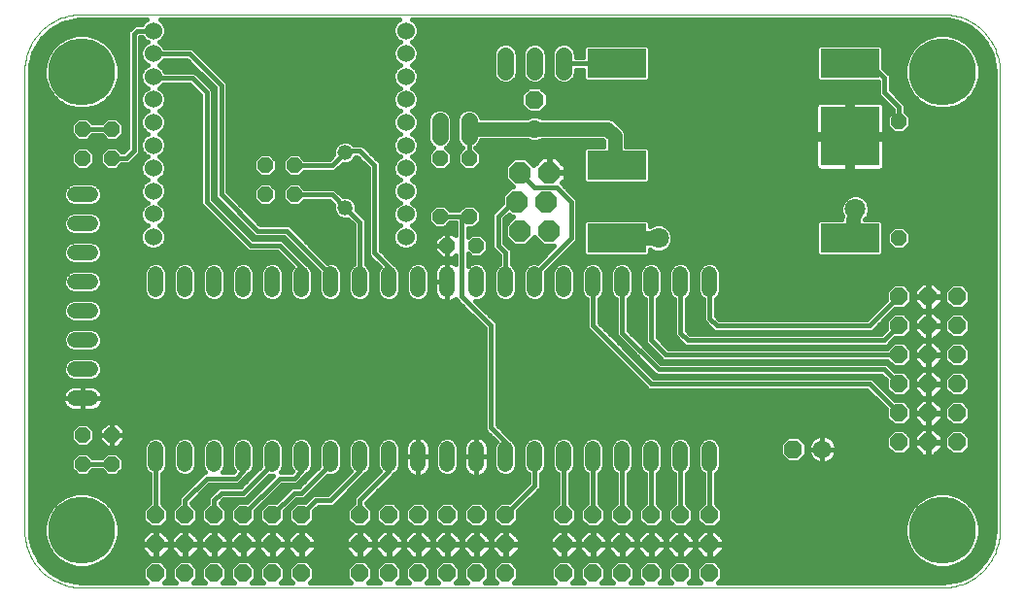
<source format=gtl>
G75*
%MOIN*%
%OFA0B0*%
%FSLAX24Y24*%
%IPPOS*%
%LPD*%
%AMOC8*
5,1,8,0,0,1.08239X$1,22.5*
%
%ADD10C,0.0000*%
%ADD11R,0.2000X0.1000*%
%ADD12R,0.2000X0.2000*%
%ADD13C,0.0520*%
%ADD14OC8,0.0520*%
%ADD15C,0.0520*%
%ADD16OC8,0.0600*%
%ADD17OC8,0.0740*%
%ADD18C,0.0560*%
%ADD19OC8,0.0630*%
%ADD20C,0.0630*%
%ADD21C,0.2300*%
%ADD22C,0.0600*%
%ADD23C,0.0160*%
%ADD24C,0.0472*%
%ADD25C,0.0500*%
%ADD26C,0.0709*%
D10*
X002899Y001930D02*
X032426Y001930D01*
X032512Y001932D01*
X032598Y001937D01*
X032683Y001947D01*
X032768Y001960D01*
X032852Y001977D01*
X032936Y001997D01*
X033018Y002021D01*
X033099Y002049D01*
X033180Y002080D01*
X033258Y002114D01*
X033335Y002152D01*
X033411Y002194D01*
X033484Y002238D01*
X033555Y002286D01*
X033625Y002337D01*
X033692Y002391D01*
X033756Y002447D01*
X033818Y002507D01*
X033878Y002569D01*
X033934Y002633D01*
X033988Y002700D01*
X034039Y002770D01*
X034087Y002841D01*
X034131Y002914D01*
X034173Y002990D01*
X034211Y003067D01*
X034245Y003145D01*
X034276Y003226D01*
X034304Y003307D01*
X034328Y003389D01*
X034348Y003473D01*
X034365Y003557D01*
X034378Y003642D01*
X034388Y003727D01*
X034393Y003813D01*
X034395Y003899D01*
X034395Y019647D01*
X034393Y019733D01*
X034388Y019819D01*
X034378Y019904D01*
X034365Y019989D01*
X034348Y020073D01*
X034328Y020157D01*
X034304Y020239D01*
X034276Y020320D01*
X034245Y020401D01*
X034211Y020479D01*
X034173Y020556D01*
X034131Y020632D01*
X034087Y020705D01*
X034039Y020776D01*
X033988Y020846D01*
X033934Y020913D01*
X033878Y020977D01*
X033818Y021039D01*
X033756Y021099D01*
X033692Y021155D01*
X033625Y021209D01*
X033555Y021260D01*
X033484Y021308D01*
X033411Y021352D01*
X033335Y021394D01*
X033258Y021432D01*
X033180Y021466D01*
X033099Y021497D01*
X033018Y021525D01*
X032936Y021549D01*
X032852Y021569D01*
X032768Y021586D01*
X032683Y021599D01*
X032598Y021609D01*
X032512Y021614D01*
X032426Y021616D01*
X032426Y021615D02*
X002899Y021615D01*
X002899Y021616D02*
X002811Y021614D01*
X002723Y021608D01*
X002635Y021598D01*
X002547Y021584D01*
X002461Y021567D01*
X002375Y021545D01*
X002291Y021520D01*
X002207Y021490D01*
X002125Y021458D01*
X002045Y021421D01*
X001966Y021381D01*
X001889Y021337D01*
X001814Y021290D01*
X001742Y021240D01*
X001671Y021186D01*
X001604Y021130D01*
X001538Y021070D01*
X001476Y021008D01*
X001416Y020942D01*
X001360Y020875D01*
X001306Y020804D01*
X001256Y020732D01*
X001209Y020657D01*
X001165Y020580D01*
X001125Y020501D01*
X001088Y020421D01*
X001056Y020339D01*
X001026Y020255D01*
X001001Y020171D01*
X000979Y020085D01*
X000962Y019999D01*
X000948Y019911D01*
X000938Y019823D01*
X000932Y019735D01*
X000930Y019647D01*
X000930Y003899D01*
X000932Y003811D01*
X000938Y003723D01*
X000948Y003635D01*
X000962Y003547D01*
X000979Y003461D01*
X001001Y003375D01*
X001026Y003291D01*
X001056Y003207D01*
X001088Y003125D01*
X001125Y003045D01*
X001165Y002966D01*
X001209Y002889D01*
X001256Y002814D01*
X001306Y002742D01*
X001360Y002671D01*
X001416Y002604D01*
X001476Y002538D01*
X001538Y002476D01*
X001604Y002416D01*
X001671Y002360D01*
X001742Y002306D01*
X001814Y002256D01*
X001889Y002209D01*
X001966Y002165D01*
X002045Y002125D01*
X002125Y002088D01*
X002207Y002056D01*
X002291Y002026D01*
X002375Y002001D01*
X002461Y001979D01*
X002547Y001962D01*
X002635Y001948D01*
X002723Y001938D01*
X002811Y001932D01*
X002899Y001930D01*
D11*
X021249Y013930D03*
X021249Y016430D03*
X021249Y019930D03*
X029249Y019930D03*
X029249Y013930D03*
D12*
X029249Y017430D03*
D13*
X024430Y012690D02*
X024430Y012170D01*
X023430Y012170D02*
X023430Y012690D01*
X022430Y012690D02*
X022430Y012170D01*
X021430Y012170D02*
X021430Y012690D01*
X020430Y012690D02*
X020430Y012170D01*
X019430Y012170D02*
X019430Y012690D01*
X018430Y012690D02*
X018430Y012170D01*
X017430Y012170D02*
X017430Y012690D01*
X016430Y012690D02*
X016430Y012170D01*
X015430Y012170D02*
X015430Y012690D01*
X014430Y012690D02*
X014430Y012170D01*
X013430Y012170D02*
X013430Y012690D01*
X012430Y012690D02*
X012430Y012170D01*
X011430Y012170D02*
X011430Y012690D01*
X010430Y012690D02*
X010430Y012170D01*
X009430Y012170D02*
X009430Y012690D01*
X008430Y012690D02*
X008430Y012170D01*
X007430Y012170D02*
X007430Y012690D01*
X006430Y012690D02*
X006430Y012170D01*
X005430Y012170D02*
X005430Y012690D01*
X003190Y012430D02*
X002670Y012430D01*
X002670Y011430D02*
X003190Y011430D01*
X003190Y010430D02*
X002670Y010430D01*
X002670Y009430D02*
X003190Y009430D01*
X003190Y008430D02*
X002670Y008430D01*
X005430Y006690D02*
X005430Y006170D01*
X006430Y006170D02*
X006430Y006690D01*
X007430Y006690D02*
X007430Y006170D01*
X008430Y006170D02*
X008430Y006690D01*
X009430Y006690D02*
X009430Y006170D01*
X010430Y006170D02*
X010430Y006690D01*
X011430Y006690D02*
X011430Y006170D01*
X012430Y006170D02*
X012430Y006690D01*
X013430Y006690D02*
X013430Y006170D01*
X014430Y006170D02*
X014430Y006690D01*
X015430Y006690D02*
X015430Y006170D01*
X016430Y006170D02*
X016430Y006690D01*
X017430Y006690D02*
X017430Y006170D01*
X018430Y006170D02*
X018430Y006690D01*
X019430Y006690D02*
X019430Y006170D01*
X020430Y006170D02*
X020430Y006690D01*
X021430Y006690D02*
X021430Y006170D01*
X022430Y006170D02*
X022430Y006690D01*
X023430Y006690D02*
X023430Y006170D01*
X024430Y006170D02*
X024430Y006690D01*
X003190Y013430D02*
X002670Y013430D01*
X002670Y014430D02*
X003190Y014430D01*
X003190Y015430D02*
X002670Y015430D01*
D14*
X002930Y016680D03*
X003930Y016680D03*
X003930Y017680D03*
X002930Y017680D03*
X009180Y016430D03*
X010180Y016430D03*
X010180Y015430D03*
X009180Y015430D03*
X015180Y014680D03*
X016180Y014680D03*
X016430Y013680D03*
X015430Y013680D03*
X015180Y016680D03*
X016180Y016680D03*
X003930Y007180D03*
X002930Y007180D03*
X002930Y006180D03*
X003930Y006180D03*
X030930Y013930D03*
X030930Y017930D03*
D15*
X011930Y016880D03*
X011930Y014980D03*
D16*
X012430Y004430D03*
X013430Y004430D03*
X014430Y004430D03*
X015430Y004430D03*
X016430Y004430D03*
X017430Y004430D03*
X017430Y003430D03*
X016430Y003430D03*
X015430Y003430D03*
X014430Y003430D03*
X013430Y003430D03*
X012430Y003430D03*
X012430Y002430D03*
X013430Y002430D03*
X014430Y002430D03*
X015430Y002430D03*
X016430Y002430D03*
X017430Y002430D03*
X019430Y002430D03*
X020430Y002430D03*
X021430Y002430D03*
X022430Y002430D03*
X023430Y002430D03*
X024430Y002430D03*
X024430Y003430D03*
X023430Y003430D03*
X022430Y003430D03*
X021430Y003430D03*
X020430Y003430D03*
X019430Y003430D03*
X019430Y004430D03*
X020430Y004430D03*
X021430Y004430D03*
X022430Y004430D03*
X023430Y004430D03*
X024430Y004430D03*
X030930Y006930D03*
X031930Y006930D03*
X032930Y006930D03*
X032930Y007930D03*
X031930Y007930D03*
X030930Y007930D03*
X030930Y008930D03*
X031930Y008930D03*
X032930Y008930D03*
X032930Y009930D03*
X031930Y009930D03*
X030930Y009930D03*
X030930Y010930D03*
X031930Y010930D03*
X032930Y010930D03*
X032930Y011930D03*
X031930Y011930D03*
X030930Y011930D03*
X010430Y004430D03*
X009430Y004430D03*
X008430Y004430D03*
X007430Y004430D03*
X006430Y004430D03*
X005430Y004430D03*
X005430Y003430D03*
X006430Y003430D03*
X007430Y003430D03*
X008430Y003430D03*
X009430Y003430D03*
X010430Y003430D03*
X010430Y002430D03*
X009430Y002430D03*
X008430Y002430D03*
X007430Y002430D03*
X006430Y002430D03*
X005430Y002430D03*
D17*
X017930Y014180D03*
X018930Y014180D03*
X018830Y015180D03*
X017830Y015180D03*
X017930Y016180D03*
X018930Y016180D03*
D18*
X016180Y017400D02*
X016180Y017960D01*
X015180Y017960D02*
X015180Y017400D01*
X017430Y019650D02*
X017430Y020210D01*
X018430Y020210D02*
X018430Y019650D01*
X019430Y019650D02*
X019430Y020210D01*
D19*
X018430Y018680D03*
X027305Y006680D03*
D20*
X028305Y006680D03*
X018430Y017680D03*
D21*
X032426Y019647D03*
X032426Y003899D03*
X002899Y003899D03*
X002899Y019647D03*
D22*
X005349Y019479D03*
X005349Y018692D03*
X005349Y017904D03*
X005349Y017117D03*
X005349Y016330D03*
X005349Y015542D03*
X005349Y014755D03*
X005349Y013967D03*
X014011Y013967D03*
X014011Y014755D03*
X014011Y015542D03*
X014011Y016330D03*
X014011Y017117D03*
X014011Y017904D03*
X014011Y018692D03*
X014011Y019479D03*
X014011Y020267D03*
X014011Y021054D03*
X005349Y021054D03*
X005349Y020267D03*
D23*
X006593Y020267D01*
X007680Y019180D01*
X007680Y015430D01*
X008930Y014180D01*
X009930Y014180D01*
X011430Y012680D01*
X011430Y012430D01*
X011830Y012391D02*
X012030Y012391D01*
X012030Y012233D02*
X011830Y012233D01*
X011830Y012090D02*
X011769Y011943D01*
X011657Y011831D01*
X011510Y011770D01*
X011350Y011770D01*
X011203Y011831D01*
X011091Y011943D01*
X011030Y012090D01*
X011030Y012769D01*
X009839Y013960D01*
X008839Y013960D01*
X007589Y015210D01*
X007460Y015339D01*
X007460Y019089D01*
X006502Y020047D01*
X005734Y020047D01*
X005722Y020017D01*
X005599Y019894D01*
X005549Y019873D01*
X005599Y019852D01*
X005722Y019728D01*
X005755Y019650D01*
X006771Y019650D01*
X006900Y019521D01*
X007400Y019021D01*
X007400Y015271D01*
X008771Y013900D01*
X009771Y013900D01*
X010521Y013150D01*
X010632Y013039D01*
X010657Y013029D01*
X010769Y012917D01*
X010830Y012770D01*
X010830Y012090D01*
X010769Y011943D01*
X010657Y011831D01*
X010510Y011770D01*
X010350Y011770D01*
X010203Y011831D01*
X010091Y011943D01*
X010030Y012090D01*
X010030Y012770D01*
X010091Y012917D01*
X010112Y012937D01*
X009589Y013460D01*
X008589Y013460D01*
X008460Y013589D01*
X006960Y015089D01*
X006960Y018839D01*
X006589Y019210D01*
X005702Y019210D01*
X005599Y019106D01*
X005549Y019086D01*
X005599Y019065D01*
X005722Y018941D01*
X005789Y018779D01*
X005789Y018604D01*
X005722Y018443D01*
X005599Y018319D01*
X005549Y018298D01*
X005599Y018277D01*
X005722Y018154D01*
X005789Y017992D01*
X005789Y017817D01*
X005722Y017655D01*
X005599Y017531D01*
X005549Y017511D01*
X005599Y017490D01*
X005722Y017366D01*
X005789Y017205D01*
X005789Y017029D01*
X005722Y016868D01*
X005599Y016744D01*
X005549Y016723D01*
X005599Y016703D01*
X005722Y016579D01*
X005789Y016417D01*
X005789Y016242D01*
X005722Y016080D01*
X005599Y015957D01*
X005549Y015936D01*
X005599Y015915D01*
X005722Y015791D01*
X005789Y015630D01*
X005789Y015455D01*
X005722Y015293D01*
X005599Y015169D01*
X005549Y015149D01*
X005599Y015128D01*
X005722Y015004D01*
X005789Y014842D01*
X005789Y014667D01*
X005722Y014506D01*
X005599Y014382D01*
X005549Y014361D01*
X005599Y014340D01*
X005722Y014217D01*
X005789Y014055D01*
X005789Y013880D01*
X005722Y013718D01*
X005599Y013594D01*
X005437Y013527D01*
X005262Y013527D01*
X005100Y013594D01*
X004976Y013718D01*
X004909Y013880D01*
X004909Y014055D01*
X004976Y014217D01*
X005100Y014340D01*
X005150Y014361D01*
X005100Y014382D01*
X004976Y014506D01*
X004909Y014667D01*
X004909Y014842D01*
X004976Y015004D01*
X005100Y015128D01*
X005150Y015149D01*
X005100Y015169D01*
X004976Y015293D01*
X004909Y015455D01*
X004909Y015630D01*
X004976Y015791D01*
X005100Y015915D01*
X005150Y015936D01*
X005100Y015957D01*
X004976Y016080D01*
X004909Y016242D01*
X004909Y016417D01*
X004976Y016579D01*
X005100Y016703D01*
X005150Y016723D01*
X005100Y016744D01*
X004976Y016868D01*
X004909Y017029D01*
X004909Y017205D01*
X004976Y017366D01*
X005100Y017490D01*
X005150Y017511D01*
X005100Y017531D01*
X004976Y017655D01*
X004909Y017817D01*
X004909Y017992D01*
X004976Y018154D01*
X005100Y018277D01*
X005150Y018298D01*
X005100Y018319D01*
X004976Y018443D01*
X004909Y018604D01*
X004909Y018779D01*
X004976Y018941D01*
X005100Y019065D01*
X005150Y019086D01*
X005100Y019106D01*
X004976Y019230D01*
X004909Y019392D01*
X004909Y019567D01*
X004976Y019728D01*
X005100Y019852D01*
X005150Y019873D01*
X005100Y019894D01*
X004976Y020017D01*
X004909Y020179D01*
X004909Y020354D01*
X004976Y020516D01*
X005100Y020640D01*
X005150Y020660D01*
X005100Y020681D01*
X004976Y020805D01*
X004964Y020834D01*
X004900Y020834D01*
X004900Y016839D01*
X004771Y016710D01*
X004521Y016460D01*
X004276Y016460D01*
X004096Y016280D01*
X003764Y016280D01*
X003530Y016514D01*
X003530Y016846D01*
X003764Y017080D01*
X004096Y017080D01*
X004276Y016900D01*
X004339Y016900D01*
X004460Y017021D01*
X004460Y021021D01*
X004713Y021274D01*
X004964Y021274D01*
X004976Y021303D01*
X005100Y021427D01*
X005119Y021435D01*
X002899Y021435D01*
X002665Y021420D01*
X002214Y021299D01*
X001810Y021065D01*
X001480Y020735D01*
X001246Y020331D01*
X001125Y019880D01*
X001110Y019647D01*
X001110Y003899D01*
X001125Y003665D01*
X001246Y003214D01*
X001480Y002810D01*
X001810Y002480D01*
X002214Y002246D01*
X002665Y002125D01*
X002899Y002110D01*
X005128Y002110D01*
X004990Y002248D01*
X004990Y002612D01*
X005248Y002870D01*
X005612Y002870D01*
X005870Y002612D01*
X005870Y002248D01*
X005732Y002110D01*
X006128Y002110D01*
X005990Y002248D01*
X005990Y002612D01*
X006248Y002870D01*
X006612Y002870D01*
X006870Y002612D01*
X006870Y002248D01*
X006732Y002110D01*
X007128Y002110D01*
X006990Y002248D01*
X006990Y002612D01*
X007248Y002870D01*
X007612Y002870D01*
X007870Y002612D01*
X007870Y002248D01*
X007732Y002110D01*
X008128Y002110D01*
X007990Y002248D01*
X007990Y002612D01*
X008248Y002870D01*
X008612Y002870D01*
X008870Y002612D01*
X008870Y002248D01*
X008732Y002110D01*
X009128Y002110D01*
X008990Y002248D01*
X008990Y002612D01*
X009248Y002870D01*
X009612Y002870D01*
X009870Y002612D01*
X009870Y002248D01*
X009732Y002110D01*
X010128Y002110D01*
X009990Y002248D01*
X009990Y002612D01*
X010248Y002870D01*
X010612Y002870D01*
X010870Y002612D01*
X010870Y002248D01*
X010732Y002110D01*
X012128Y002110D01*
X011990Y002248D01*
X011990Y002612D01*
X012248Y002870D01*
X012612Y002870D01*
X012870Y002612D01*
X012870Y002248D01*
X012732Y002110D01*
X013128Y002110D01*
X012990Y002248D01*
X012990Y002612D01*
X013248Y002870D01*
X013612Y002870D01*
X013870Y002612D01*
X013870Y002248D01*
X013732Y002110D01*
X014128Y002110D01*
X013990Y002248D01*
X013990Y002612D01*
X014248Y002870D01*
X014612Y002870D01*
X014870Y002612D01*
X014870Y002248D01*
X014732Y002110D01*
X015128Y002110D01*
X014990Y002248D01*
X014990Y002612D01*
X015248Y002870D01*
X015612Y002870D01*
X015870Y002612D01*
X015870Y002248D01*
X015732Y002110D01*
X016128Y002110D01*
X015990Y002248D01*
X015990Y002612D01*
X016248Y002870D01*
X016612Y002870D01*
X016870Y002612D01*
X016870Y002248D01*
X016732Y002110D01*
X017128Y002110D01*
X016990Y002248D01*
X016990Y002612D01*
X017248Y002870D01*
X017612Y002870D01*
X017870Y002612D01*
X017870Y002248D01*
X017732Y002110D01*
X019128Y002110D01*
X018990Y002248D01*
X018990Y002612D01*
X019248Y002870D01*
X019612Y002870D01*
X019870Y002612D01*
X019870Y002248D01*
X019732Y002110D01*
X020128Y002110D01*
X019990Y002248D01*
X019990Y002612D01*
X020248Y002870D01*
X020612Y002870D01*
X020870Y002612D01*
X020870Y002248D01*
X020732Y002110D01*
X021128Y002110D01*
X020990Y002248D01*
X020990Y002612D01*
X021248Y002870D01*
X021612Y002870D01*
X021870Y002612D01*
X021870Y002248D01*
X021732Y002110D01*
X022128Y002110D01*
X021990Y002248D01*
X021990Y002612D01*
X022248Y002870D01*
X022612Y002870D01*
X022870Y002612D01*
X022870Y002248D01*
X022732Y002110D01*
X023128Y002110D01*
X022990Y002248D01*
X022990Y002612D01*
X023248Y002870D01*
X023612Y002870D01*
X023870Y002612D01*
X023870Y002248D01*
X023732Y002110D01*
X024128Y002110D01*
X023990Y002248D01*
X023990Y002612D01*
X024248Y002870D01*
X024612Y002870D01*
X024870Y002612D01*
X024870Y002248D01*
X024732Y002110D01*
X032426Y002110D01*
X032626Y002121D01*
X033017Y002210D01*
X033378Y002384D01*
X033691Y002634D01*
X033940Y002947D01*
X034114Y003308D01*
X034203Y003698D01*
X034215Y003899D01*
X034215Y019647D01*
X034203Y019847D01*
X034114Y020237D01*
X033940Y020598D01*
X033691Y020911D01*
X033378Y021161D01*
X033017Y021335D01*
X032626Y021424D01*
X032426Y021435D01*
X014241Y021435D01*
X014260Y021427D01*
X014384Y021303D01*
X014451Y021142D01*
X014451Y020966D01*
X014384Y020805D01*
X014260Y020681D01*
X014210Y020660D01*
X014260Y020640D01*
X014384Y020516D01*
X014451Y020354D01*
X014451Y020179D01*
X014384Y020017D01*
X014260Y019894D01*
X014210Y019873D01*
X014260Y019852D01*
X014384Y019728D01*
X014451Y019567D01*
X014451Y019392D01*
X014384Y019230D01*
X014260Y019106D01*
X014210Y019086D01*
X014260Y019065D01*
X014384Y018941D01*
X014451Y018779D01*
X014451Y018604D01*
X014384Y018443D01*
X014260Y018319D01*
X014210Y018298D01*
X014260Y018277D01*
X014384Y018154D01*
X014451Y017992D01*
X014451Y017817D01*
X014384Y017655D01*
X014260Y017531D01*
X014210Y017511D01*
X014260Y017490D01*
X014384Y017366D01*
X014451Y017205D01*
X014451Y017029D01*
X014384Y016868D01*
X014260Y016744D01*
X014210Y016723D01*
X014260Y016703D01*
X014384Y016579D01*
X014451Y016417D01*
X014451Y016242D01*
X014384Y016080D01*
X014260Y015957D01*
X014210Y015936D01*
X014260Y015915D01*
X014384Y015791D01*
X014451Y015630D01*
X014451Y015455D01*
X014384Y015293D01*
X014260Y015169D01*
X014210Y015149D01*
X014260Y015128D01*
X014384Y015004D01*
X014451Y014842D01*
X014451Y014667D01*
X014384Y014506D01*
X014260Y014382D01*
X014210Y014361D01*
X014260Y014340D01*
X014384Y014217D01*
X014451Y014055D01*
X014451Y013880D01*
X014384Y013718D01*
X014260Y013594D01*
X014098Y013527D01*
X013923Y013527D01*
X013761Y013594D01*
X013638Y013718D01*
X013571Y013880D01*
X013571Y014055D01*
X013638Y014217D01*
X013761Y014340D01*
X013811Y014361D01*
X013761Y014382D01*
X013638Y014506D01*
X013571Y014667D01*
X013571Y014842D01*
X013638Y015004D01*
X013761Y015128D01*
X013811Y015149D01*
X013761Y015169D01*
X013638Y015293D01*
X013571Y015455D01*
X013571Y015630D01*
X013638Y015791D01*
X013761Y015915D01*
X013811Y015936D01*
X013761Y015957D01*
X013638Y016080D01*
X013571Y016242D01*
X013571Y016417D01*
X013638Y016579D01*
X013761Y016703D01*
X013811Y016723D01*
X013761Y016744D01*
X013638Y016868D01*
X013571Y017029D01*
X013571Y017205D01*
X013638Y017366D01*
X013761Y017490D01*
X013811Y017511D01*
X013761Y017531D01*
X013638Y017655D01*
X013571Y017817D01*
X013571Y017992D01*
X013638Y018154D01*
X013761Y018277D01*
X013811Y018298D01*
X013761Y018319D01*
X013638Y018443D01*
X013571Y018604D01*
X013571Y018779D01*
X013638Y018941D01*
X013761Y019065D01*
X013811Y019086D01*
X013761Y019106D01*
X013638Y019230D01*
X013571Y019392D01*
X013571Y019567D01*
X013638Y019728D01*
X013761Y019852D01*
X013811Y019873D01*
X013761Y019894D01*
X013638Y020017D01*
X013571Y020179D01*
X013571Y020354D01*
X013638Y020516D01*
X013761Y020640D01*
X013811Y020660D01*
X013761Y020681D01*
X013638Y020805D01*
X013571Y020966D01*
X013571Y021142D01*
X013638Y021303D01*
X013761Y021427D01*
X013781Y021435D01*
X005579Y021435D01*
X005599Y021427D01*
X005722Y021303D01*
X005789Y021142D01*
X005789Y020966D01*
X005722Y020805D01*
X005599Y020681D01*
X005549Y020660D01*
X005599Y020640D01*
X005722Y020516D01*
X005734Y020487D01*
X006685Y020487D01*
X007900Y019271D01*
X007900Y015521D01*
X009021Y014400D01*
X010021Y014400D01*
X010150Y014271D01*
X011337Y013084D01*
X011350Y013090D01*
X011510Y013090D01*
X011657Y013029D01*
X011769Y012917D01*
X011830Y012770D01*
X011830Y012090D01*
X011823Y012074D02*
X012037Y012074D01*
X012030Y012090D02*
X012091Y011943D01*
X012203Y011831D01*
X012350Y011770D01*
X012510Y011770D01*
X012657Y011831D01*
X012769Y011943D01*
X012830Y012090D01*
X012830Y012770D01*
X012769Y012917D01*
X012657Y013029D01*
X012650Y013032D01*
X012650Y014571D01*
X012327Y014894D01*
X012330Y014900D01*
X012330Y015060D01*
X012269Y015207D01*
X012157Y015319D01*
X012010Y015380D01*
X011850Y015380D01*
X011844Y015377D01*
X011571Y015650D01*
X010526Y015650D01*
X010346Y015830D01*
X010014Y015830D01*
X009780Y015596D01*
X009780Y015264D01*
X010014Y015030D01*
X010346Y015030D01*
X010526Y015210D01*
X011389Y015210D01*
X011533Y015066D01*
X011530Y015060D01*
X011530Y014900D01*
X011591Y014753D01*
X011703Y014641D01*
X011850Y014580D01*
X012010Y014580D01*
X012016Y014583D01*
X012210Y014389D01*
X012210Y013032D01*
X012203Y013029D01*
X012091Y012917D01*
X012030Y012770D01*
X012030Y012090D01*
X012119Y011916D02*
X011741Y011916D01*
X011119Y011916D02*
X010741Y011916D01*
X010823Y012074D02*
X011037Y012074D01*
X011030Y012233D02*
X010830Y012233D01*
X010830Y012391D02*
X011030Y012391D01*
X011030Y012550D02*
X010830Y012550D01*
X010830Y012708D02*
X011030Y012708D01*
X010932Y012867D02*
X010790Y012867D01*
X010774Y013025D02*
X010661Y013025D01*
X010615Y013184D02*
X010488Y013184D01*
X010457Y013342D02*
X010329Y013342D01*
X010298Y013501D02*
X010171Y013501D01*
X010140Y013659D02*
X010012Y013659D01*
X009981Y013818D02*
X009854Y013818D01*
X009680Y013680D02*
X010430Y012930D01*
X010430Y012430D01*
X010030Y012391D02*
X009830Y012391D01*
X009830Y012233D02*
X010030Y012233D01*
X010037Y012074D02*
X009823Y012074D01*
X009830Y012090D02*
X009769Y011943D01*
X009657Y011831D01*
X009510Y011770D01*
X009350Y011770D01*
X009203Y011831D01*
X009091Y011943D01*
X009030Y012090D01*
X009030Y012770D01*
X009091Y012917D01*
X009203Y013029D01*
X009350Y013090D01*
X009510Y013090D01*
X009657Y013029D01*
X009769Y012917D01*
X009830Y012770D01*
X009830Y012090D01*
X009741Y011916D02*
X010119Y011916D01*
X010030Y012550D02*
X009830Y012550D01*
X009830Y012708D02*
X010030Y012708D01*
X010070Y012867D02*
X009790Y012867D01*
X009661Y013025D02*
X010024Y013025D01*
X009865Y013184D02*
X003509Y013184D01*
X003529Y013203D02*
X003590Y013350D01*
X003590Y013510D01*
X003529Y013657D01*
X003417Y013769D01*
X003270Y013830D01*
X002590Y013830D01*
X002443Y013769D01*
X002331Y013657D01*
X002270Y013510D01*
X002270Y013350D01*
X002331Y013203D01*
X002443Y013091D01*
X002590Y013030D01*
X003270Y013030D01*
X003417Y013091D01*
X003529Y013203D01*
X003587Y013342D02*
X009707Y013342D01*
X009199Y013025D02*
X008661Y013025D01*
X008657Y013029D02*
X008510Y013090D01*
X008350Y013090D01*
X008203Y013029D01*
X008091Y012917D01*
X008030Y012770D01*
X008030Y012090D01*
X008091Y011943D01*
X008203Y011831D01*
X008350Y011770D01*
X008510Y011770D01*
X008657Y011831D01*
X008769Y011943D01*
X008830Y012090D01*
X008830Y012770D01*
X008769Y012917D01*
X008657Y013029D01*
X008790Y012867D02*
X009070Y012867D01*
X009030Y012708D02*
X008830Y012708D01*
X008830Y012550D02*
X009030Y012550D01*
X009030Y012391D02*
X008830Y012391D01*
X008830Y012233D02*
X009030Y012233D01*
X009037Y012074D02*
X008823Y012074D01*
X008741Y011916D02*
X009119Y011916D01*
X008119Y011916D02*
X007741Y011916D01*
X007769Y011943D02*
X007830Y012090D01*
X007830Y012770D01*
X007769Y012917D01*
X007657Y013029D01*
X007510Y013090D01*
X007350Y013090D01*
X007203Y013029D01*
X007091Y012917D01*
X007030Y012770D01*
X007030Y012090D01*
X007091Y011943D01*
X007203Y011831D01*
X007350Y011770D01*
X007510Y011770D01*
X007657Y011831D01*
X007769Y011943D01*
X007823Y012074D02*
X008037Y012074D01*
X008030Y012233D02*
X007830Y012233D01*
X007830Y012391D02*
X008030Y012391D01*
X008030Y012550D02*
X007830Y012550D01*
X007830Y012708D02*
X008030Y012708D01*
X008070Y012867D02*
X007790Y012867D01*
X007661Y013025D02*
X008199Y013025D01*
X008548Y013501D02*
X003590Y013501D01*
X003527Y013659D02*
X005035Y013659D01*
X004935Y013818D02*
X003300Y013818D01*
X003270Y014030D02*
X003417Y014091D01*
X003529Y014203D01*
X003590Y014350D01*
X003590Y014510D01*
X003529Y014657D01*
X003417Y014769D01*
X003270Y014830D01*
X002590Y014830D01*
X002443Y014769D01*
X002331Y014657D01*
X002270Y014510D01*
X002270Y014350D01*
X002331Y014203D01*
X002443Y014091D01*
X002590Y014030D01*
X003270Y014030D01*
X003460Y014135D02*
X004942Y014135D01*
X004909Y013976D02*
X001110Y013976D01*
X001110Y013818D02*
X002560Y013818D01*
X002333Y013659D02*
X001110Y013659D01*
X001110Y013501D02*
X002270Y013501D01*
X002273Y013342D02*
X001110Y013342D01*
X001110Y013184D02*
X002351Y013184D01*
X002443Y012769D02*
X002331Y012657D01*
X002270Y012510D01*
X002270Y012350D01*
X002331Y012203D01*
X002443Y012091D01*
X002590Y012030D01*
X003270Y012030D01*
X003417Y012091D01*
X003529Y012203D01*
X003590Y012350D01*
X003590Y012510D01*
X003529Y012657D01*
X003417Y012769D01*
X003270Y012830D01*
X002590Y012830D01*
X002443Y012769D01*
X002382Y012708D02*
X001110Y012708D01*
X001110Y012550D02*
X002287Y012550D01*
X002270Y012391D02*
X001110Y012391D01*
X001110Y012233D02*
X002319Y012233D01*
X002484Y012074D02*
X001110Y012074D01*
X001110Y011916D02*
X005119Y011916D01*
X005091Y011943D02*
X005203Y011831D01*
X005350Y011770D01*
X005510Y011770D01*
X005657Y011831D01*
X005769Y011943D01*
X005830Y012090D01*
X005830Y012770D01*
X005769Y012917D01*
X005657Y013029D01*
X005510Y013090D01*
X005350Y013090D01*
X005203Y013029D01*
X005091Y012917D01*
X005030Y012770D01*
X005030Y012090D01*
X005091Y011943D01*
X005037Y012074D02*
X003376Y012074D01*
X003541Y012233D02*
X005030Y012233D01*
X005030Y012391D02*
X003590Y012391D01*
X003573Y012550D02*
X005030Y012550D01*
X005030Y012708D02*
X003478Y012708D01*
X003270Y011830D02*
X002590Y011830D01*
X002443Y011769D01*
X002331Y011657D01*
X002270Y011510D01*
X002270Y011350D01*
X002331Y011203D01*
X002443Y011091D01*
X002590Y011030D01*
X003270Y011030D01*
X003417Y011091D01*
X003529Y011203D01*
X003590Y011350D01*
X003590Y011510D01*
X003529Y011657D01*
X003417Y011769D01*
X003270Y011830D01*
X003429Y011757D02*
X015277Y011757D01*
X015261Y011762D02*
X015327Y011741D01*
X015395Y011730D01*
X015430Y011730D01*
X015465Y011730D01*
X015533Y011741D01*
X015599Y011762D01*
X015661Y011794D01*
X015715Y011833D01*
X015839Y011710D01*
X016710Y010839D01*
X016710Y007339D01*
X016839Y007210D01*
X017112Y006937D01*
X017091Y006917D01*
X017030Y006770D01*
X017030Y006090D01*
X017091Y005943D01*
X017203Y005831D01*
X017350Y005770D01*
X017510Y005770D01*
X017657Y005831D01*
X017769Y005943D01*
X017830Y006090D01*
X017830Y006770D01*
X017769Y006917D01*
X017657Y007029D01*
X017632Y007039D01*
X017150Y007521D01*
X017150Y011021D01*
X016401Y011770D01*
X016510Y011770D01*
X016657Y011831D01*
X016769Y011943D01*
X016830Y012090D01*
X016830Y012770D01*
X016769Y012917D01*
X016657Y013029D01*
X016510Y013090D01*
X016350Y013090D01*
X016203Y013029D01*
X016150Y012976D01*
X016150Y013394D01*
X016264Y013280D01*
X016596Y013280D01*
X016830Y013514D01*
X016830Y013846D01*
X016596Y014080D01*
X016264Y014080D01*
X016150Y013966D01*
X016150Y014280D01*
X016346Y014280D01*
X016580Y014514D01*
X016580Y014846D01*
X016346Y015080D01*
X016014Y015080D01*
X015834Y014900D01*
X015526Y014900D01*
X015346Y015080D01*
X015014Y015080D01*
X014780Y014846D01*
X014780Y014514D01*
X015014Y014280D01*
X015346Y014280D01*
X015526Y014460D01*
X015710Y014460D01*
X015710Y014022D01*
X015612Y014120D01*
X015430Y014120D01*
X015430Y013680D01*
X015430Y013680D01*
X015430Y013240D01*
X015612Y013240D01*
X015710Y013338D01*
X015710Y013030D01*
X015661Y013066D01*
X015599Y013098D01*
X015533Y013119D01*
X015465Y013130D01*
X015430Y013130D01*
X015430Y012430D01*
X015430Y012430D01*
X015430Y011730D01*
X015430Y012430D01*
X015430Y012430D01*
X015430Y012430D01*
X014990Y012430D01*
X014990Y012725D01*
X015001Y012793D01*
X015022Y012859D01*
X015054Y012921D01*
X015094Y012977D01*
X015143Y013026D01*
X015199Y013066D01*
X015261Y013098D01*
X015327Y013119D01*
X015395Y013130D01*
X015430Y013130D01*
X015430Y012430D01*
X014990Y012430D01*
X014990Y012135D01*
X015001Y012067D01*
X015022Y012001D01*
X015054Y011939D01*
X015094Y011883D01*
X015143Y011834D01*
X015199Y011794D01*
X015261Y011762D01*
X015430Y011757D02*
X015430Y011757D01*
X015583Y011757D02*
X015792Y011757D01*
X015930Y011930D02*
X015930Y014680D01*
X016180Y014680D01*
X015930Y014680D02*
X015180Y014680D01*
X015499Y014927D02*
X015861Y014927D01*
X015710Y014452D02*
X015517Y014452D01*
X015359Y014293D02*
X015710Y014293D01*
X015710Y014135D02*
X014418Y014135D01*
X014451Y013976D02*
X015104Y013976D01*
X014990Y013862D02*
X014990Y013680D01*
X015430Y013680D01*
X015430Y013680D01*
X015430Y013680D01*
X015430Y014120D01*
X015248Y014120D01*
X014990Y013862D01*
X014990Y013818D02*
X014425Y013818D01*
X014325Y013659D02*
X014990Y013659D01*
X014990Y013680D02*
X014990Y013498D01*
X015248Y013240D01*
X015430Y013240D01*
X015430Y013680D01*
X014990Y013680D01*
X014990Y013501D02*
X013171Y013501D01*
X013150Y013521D02*
X013150Y016521D01*
X012650Y017021D01*
X012521Y017150D01*
X012226Y017150D01*
X012157Y017219D01*
X012010Y017280D01*
X011850Y017280D01*
X011703Y017219D01*
X011591Y017107D01*
X011530Y016960D01*
X011530Y016800D01*
X011533Y016794D01*
X011389Y016650D01*
X010526Y016650D01*
X010346Y016830D01*
X010014Y016830D01*
X009780Y016596D01*
X009780Y016264D01*
X010014Y016030D01*
X010346Y016030D01*
X010526Y016210D01*
X011571Y016210D01*
X011844Y016483D01*
X011850Y016480D01*
X012010Y016480D01*
X012157Y016541D01*
X012269Y016653D01*
X012293Y016710D01*
X012339Y016710D01*
X012710Y016339D01*
X012710Y013339D01*
X012839Y013210D01*
X013112Y012937D01*
X013091Y012917D01*
X013030Y012770D01*
X013030Y012090D01*
X013091Y011943D01*
X013203Y011831D01*
X013350Y011770D01*
X013510Y011770D01*
X013657Y011831D01*
X013769Y011943D01*
X013830Y012090D01*
X013830Y012770D01*
X013769Y012917D01*
X013657Y013029D01*
X013632Y013039D01*
X013150Y013521D01*
X013150Y013659D02*
X013697Y013659D01*
X013597Y013818D02*
X013150Y013818D01*
X013150Y013976D02*
X013571Y013976D01*
X013604Y014135D02*
X013150Y014135D01*
X013150Y014293D02*
X013714Y014293D01*
X013692Y014452D02*
X013150Y014452D01*
X013150Y014610D02*
X013594Y014610D01*
X013571Y014769D02*
X013150Y014769D01*
X013150Y014927D02*
X013606Y014927D01*
X013719Y015086D02*
X013150Y015086D01*
X013150Y015244D02*
X013687Y015244D01*
X013592Y015403D02*
X013150Y015403D01*
X013150Y015561D02*
X013571Y015561D01*
X013608Y015720D02*
X013150Y015720D01*
X013150Y015878D02*
X013724Y015878D01*
X013682Y016037D02*
X013150Y016037D01*
X013150Y016195D02*
X013590Y016195D01*
X013571Y016354D02*
X013150Y016354D01*
X013150Y016512D02*
X013610Y016512D01*
X013729Y016671D02*
X013001Y016671D01*
X012842Y016829D02*
X013676Y016829D01*
X013588Y016988D02*
X012684Y016988D01*
X012525Y017146D02*
X013571Y017146D01*
X013612Y017305D02*
X007900Y017305D01*
X007900Y017463D02*
X013734Y017463D01*
X013671Y017622D02*
X007900Y017622D01*
X007900Y017780D02*
X013586Y017780D01*
X013571Y017939D02*
X007900Y017939D01*
X007900Y018097D02*
X013614Y018097D01*
X013740Y018256D02*
X007900Y018256D01*
X007900Y018414D02*
X013666Y018414D01*
X013584Y018573D02*
X007900Y018573D01*
X007900Y018731D02*
X013571Y018731D01*
X013616Y018890D02*
X007900Y018890D01*
X007900Y019048D02*
X013745Y019048D01*
X013661Y019207D02*
X007900Y019207D01*
X007806Y019365D02*
X013582Y019365D01*
X013571Y019524D02*
X007648Y019524D01*
X007489Y019682D02*
X013618Y019682D01*
X013750Y019841D02*
X007331Y019841D01*
X007172Y019999D02*
X013656Y019999D01*
X013580Y020158D02*
X007014Y020158D01*
X006855Y020316D02*
X013571Y020316D01*
X013621Y020475D02*
X006697Y020475D01*
X006550Y019999D02*
X005704Y019999D01*
X005610Y019841D02*
X006708Y019841D01*
X006867Y019682D02*
X005742Y019682D01*
X005399Y019430D02*
X005349Y019479D01*
X005399Y019430D02*
X006680Y019430D01*
X007180Y018930D01*
X007180Y015180D01*
X008680Y013680D01*
X009680Y013680D01*
X010287Y014135D02*
X012210Y014135D01*
X012210Y014293D02*
X010128Y014293D01*
X010445Y013976D02*
X012210Y013976D01*
X012210Y013818D02*
X010604Y013818D01*
X010762Y013659D02*
X012210Y013659D01*
X012210Y013501D02*
X010921Y013501D01*
X011079Y013342D02*
X012210Y013342D01*
X012210Y013184D02*
X011238Y013184D01*
X011661Y013025D02*
X012199Y013025D01*
X012070Y012867D02*
X011790Y012867D01*
X011830Y012708D02*
X012030Y012708D01*
X012030Y012550D02*
X011830Y012550D01*
X012430Y012430D02*
X012430Y014480D01*
X011930Y014980D01*
X011480Y015430D01*
X010180Y015430D01*
X009904Y015720D02*
X009456Y015720D01*
X009346Y015830D02*
X009014Y015830D01*
X008780Y015596D01*
X008780Y015264D01*
X009014Y015030D01*
X009346Y015030D01*
X009580Y015264D01*
X009580Y015596D01*
X009346Y015830D01*
X009346Y016030D02*
X009014Y016030D01*
X008780Y016264D01*
X008780Y016596D01*
X009014Y016830D01*
X009346Y016830D01*
X009580Y016596D01*
X009580Y016264D01*
X009346Y016030D01*
X009352Y016037D02*
X010008Y016037D01*
X009849Y016195D02*
X009511Y016195D01*
X009580Y016354D02*
X009780Y016354D01*
X009780Y016512D02*
X009580Y016512D01*
X009505Y016671D02*
X009855Y016671D01*
X010013Y016829D02*
X009347Y016829D01*
X009013Y016829D02*
X007900Y016829D01*
X007900Y016671D02*
X008855Y016671D01*
X008780Y016512D02*
X007900Y016512D01*
X007900Y016354D02*
X008780Y016354D01*
X008849Y016195D02*
X007900Y016195D01*
X007900Y016037D02*
X009008Y016037D01*
X008904Y015720D02*
X007900Y015720D01*
X007900Y015878D02*
X012710Y015878D01*
X012710Y015720D02*
X010456Y015720D01*
X010352Y016037D02*
X012710Y016037D01*
X012710Y016195D02*
X010511Y016195D01*
X010180Y016430D02*
X011480Y016430D01*
X011930Y016880D01*
X011980Y016930D01*
X012430Y016930D01*
X012930Y016430D01*
X012930Y013430D01*
X013430Y012930D01*
X013430Y012430D01*
X013830Y012391D02*
X014030Y012391D01*
X014030Y012233D02*
X013830Y012233D01*
X013823Y012074D02*
X014037Y012074D01*
X014030Y012090D02*
X014091Y011943D01*
X014203Y011831D01*
X014350Y011770D01*
X014510Y011770D01*
X014657Y011831D01*
X014769Y011943D01*
X014830Y012090D01*
X014830Y012770D01*
X014769Y012917D01*
X014657Y013029D01*
X014510Y013090D01*
X014350Y013090D01*
X014203Y013029D01*
X014091Y012917D01*
X014030Y012770D01*
X014030Y012090D01*
X014119Y011916D02*
X013741Y011916D01*
X013119Y011916D02*
X012741Y011916D01*
X012823Y012074D02*
X013037Y012074D01*
X013030Y012233D02*
X012830Y012233D01*
X012830Y012391D02*
X013030Y012391D01*
X013030Y012550D02*
X012830Y012550D01*
X012830Y012708D02*
X013030Y012708D01*
X013070Y012867D02*
X012790Y012867D01*
X012661Y013025D02*
X013024Y013025D01*
X012865Y013184D02*
X012650Y013184D01*
X012650Y013342D02*
X012710Y013342D01*
X012710Y013501D02*
X012650Y013501D01*
X012650Y013659D02*
X012710Y013659D01*
X012710Y013818D02*
X012650Y013818D01*
X012650Y013976D02*
X012710Y013976D01*
X012710Y014135D02*
X012650Y014135D01*
X012650Y014293D02*
X012710Y014293D01*
X012710Y014452D02*
X012650Y014452D01*
X012611Y014610D02*
X012710Y014610D01*
X012710Y014769D02*
X012453Y014769D01*
X012330Y014927D02*
X012710Y014927D01*
X012710Y015086D02*
X012319Y015086D01*
X012232Y015244D02*
X012710Y015244D01*
X012710Y015403D02*
X011819Y015403D01*
X011660Y015561D02*
X012710Y015561D01*
X012695Y016354D02*
X011715Y016354D01*
X012087Y016512D02*
X012537Y016512D01*
X012378Y016671D02*
X012276Y016671D01*
X011530Y016829D02*
X010347Y016829D01*
X010505Y016671D02*
X011409Y016671D01*
X011542Y016988D02*
X007900Y016988D01*
X007900Y017146D02*
X011630Y017146D01*
X009780Y015561D02*
X009580Y015561D01*
X009580Y015403D02*
X009780Y015403D01*
X009800Y015244D02*
X009560Y015244D01*
X009401Y015086D02*
X009959Y015086D01*
X010401Y015086D02*
X011513Y015086D01*
X011530Y014927D02*
X008494Y014927D01*
X008336Y015086D02*
X008959Y015086D01*
X008800Y015244D02*
X008177Y015244D01*
X008019Y015403D02*
X008780Y015403D01*
X008780Y015561D02*
X007900Y015561D01*
X007460Y015561D02*
X007400Y015561D01*
X007400Y015403D02*
X007460Y015403D01*
X007427Y015244D02*
X007555Y015244D01*
X007586Y015086D02*
X007713Y015086D01*
X007744Y014927D02*
X007872Y014927D01*
X007903Y014769D02*
X008030Y014769D01*
X008061Y014610D02*
X008189Y014610D01*
X008220Y014452D02*
X008347Y014452D01*
X008378Y014293D02*
X008506Y014293D01*
X008537Y014135D02*
X008664Y014135D01*
X008695Y013976D02*
X008823Y013976D01*
X008970Y014452D02*
X012147Y014452D01*
X011778Y014610D02*
X008811Y014610D01*
X008653Y014769D02*
X011585Y014769D01*
X012839Y013210D02*
X012839Y013210D01*
X013329Y013342D02*
X015146Y013342D01*
X015430Y013342D02*
X015430Y013342D01*
X015430Y013501D02*
X015430Y013501D01*
X015430Y013659D02*
X015430Y013659D01*
X015430Y013818D02*
X015430Y013818D01*
X015430Y013976D02*
X015430Y013976D01*
X015001Y014293D02*
X014307Y014293D01*
X014330Y014452D02*
X014843Y014452D01*
X014780Y014610D02*
X014427Y014610D01*
X014451Y014769D02*
X014780Y014769D01*
X014861Y014927D02*
X014416Y014927D01*
X014302Y015086D02*
X017274Y015086D01*
X017320Y015131D02*
X017089Y014900D01*
X016960Y014771D01*
X016960Y013589D01*
X017210Y013339D01*
X017210Y013032D01*
X017203Y013029D01*
X017091Y012917D01*
X017030Y012770D01*
X017030Y012090D01*
X017091Y011943D01*
X017203Y011831D01*
X017350Y011770D01*
X017510Y011770D01*
X017657Y011831D01*
X017769Y011943D01*
X017830Y012090D01*
X017830Y012770D01*
X017769Y012917D01*
X017657Y013029D01*
X017650Y013032D01*
X017650Y013521D01*
X017521Y013650D01*
X017400Y013771D01*
X017400Y014589D01*
X017550Y014739D01*
X017619Y014670D01*
X017699Y014670D01*
X017420Y014391D01*
X017420Y013969D01*
X017719Y013670D01*
X018141Y013670D01*
X018430Y013959D01*
X018719Y013670D01*
X019109Y013670D01*
X018523Y013084D01*
X018510Y013090D01*
X018350Y013090D01*
X018203Y013029D01*
X018091Y012917D01*
X018030Y012770D01*
X018030Y012090D01*
X018091Y011943D01*
X018203Y011831D01*
X018350Y011770D01*
X018510Y011770D01*
X018657Y011831D01*
X018769Y011943D01*
X018830Y012090D01*
X018830Y012769D01*
X019900Y013839D01*
X019900Y015271D01*
X019771Y015400D01*
X019349Y015822D01*
X019480Y015952D01*
X019480Y016160D01*
X018950Y016160D01*
X018950Y016200D01*
X018910Y016200D01*
X018910Y016730D01*
X018702Y016730D01*
X018402Y016430D01*
X018141Y016690D01*
X017719Y016690D01*
X017420Y016391D01*
X017420Y015969D01*
X017699Y015690D01*
X017619Y015690D01*
X017320Y015391D01*
X017320Y015131D01*
X017320Y015244D02*
X014335Y015244D01*
X014429Y015403D02*
X017331Y015403D01*
X017490Y015561D02*
X014451Y015561D01*
X014414Y015720D02*
X017669Y015720D01*
X017511Y015878D02*
X014297Y015878D01*
X014340Y016037D02*
X017420Y016037D01*
X017420Y016195D02*
X014431Y016195D01*
X014451Y016354D02*
X014941Y016354D01*
X015014Y016280D02*
X014780Y016514D01*
X014780Y016846D01*
X014968Y017033D01*
X014942Y017044D01*
X014824Y017162D01*
X014760Y017316D01*
X014760Y018044D01*
X014824Y018198D01*
X014942Y018316D01*
X015096Y018380D01*
X015264Y018380D01*
X015418Y018316D01*
X015536Y018198D01*
X015600Y018044D01*
X015600Y017316D01*
X015536Y017162D01*
X015418Y017044D01*
X015392Y017033D01*
X015580Y016846D01*
X015580Y016514D01*
X015346Y016280D01*
X015014Y016280D01*
X014782Y016512D02*
X014411Y016512D01*
X014292Y016671D02*
X014780Y016671D01*
X014780Y016829D02*
X014345Y016829D01*
X014433Y016988D02*
X014922Y016988D01*
X014840Y017146D02*
X014451Y017146D01*
X014409Y017305D02*
X014765Y017305D01*
X014760Y017463D02*
X014287Y017463D01*
X014350Y017622D02*
X014760Y017622D01*
X014760Y017780D02*
X014435Y017780D01*
X014451Y017939D02*
X014760Y017939D01*
X014782Y018097D02*
X014407Y018097D01*
X014282Y018256D02*
X014882Y018256D01*
X014438Y018573D02*
X017975Y018573D01*
X017975Y018492D02*
X018242Y018225D01*
X018618Y018225D01*
X018885Y018492D01*
X018885Y018868D01*
X018618Y019135D01*
X018242Y019135D01*
X017975Y018868D01*
X017975Y018492D01*
X018053Y018414D02*
X014355Y018414D01*
X014451Y018731D02*
X017975Y018731D01*
X017996Y018890D02*
X014405Y018890D01*
X014277Y019048D02*
X018155Y019048D01*
X018192Y019294D02*
X018346Y019230D01*
X018514Y019230D01*
X018668Y019294D01*
X018786Y019412D01*
X018850Y019566D01*
X018850Y020294D01*
X018786Y020448D01*
X018668Y020566D01*
X018514Y020630D01*
X018346Y020630D01*
X018192Y020566D01*
X018074Y020448D01*
X018010Y020294D01*
X018010Y019566D01*
X018074Y019412D01*
X018192Y019294D01*
X018121Y019365D02*
X017739Y019365D01*
X017786Y019412D02*
X017668Y019294D01*
X017514Y019230D01*
X017346Y019230D01*
X017192Y019294D01*
X017074Y019412D01*
X017010Y019566D01*
X017010Y020294D01*
X017074Y020448D01*
X017192Y020566D01*
X017346Y020630D01*
X017514Y020630D01*
X017668Y020566D01*
X017786Y020448D01*
X017850Y020294D01*
X017850Y019566D01*
X017786Y019412D01*
X017832Y019524D02*
X018028Y019524D01*
X018010Y019682D02*
X017850Y019682D01*
X017850Y019841D02*
X018010Y019841D01*
X018010Y019999D02*
X017850Y019999D01*
X017850Y020158D02*
X018010Y020158D01*
X018019Y020316D02*
X017841Y020316D01*
X017759Y020475D02*
X018101Y020475D01*
X018759Y020475D02*
X019101Y020475D01*
X019074Y020448D02*
X019010Y020294D01*
X019010Y019566D01*
X019074Y019412D01*
X019192Y019294D01*
X019346Y019230D01*
X019514Y019230D01*
X019668Y019294D01*
X019786Y019412D01*
X019850Y019566D01*
X019850Y019710D01*
X020109Y019710D01*
X020109Y019372D01*
X020191Y019290D01*
X022307Y019290D01*
X022389Y019372D01*
X022389Y020488D01*
X022307Y020570D01*
X020191Y020570D01*
X020109Y020488D01*
X020109Y020150D01*
X019850Y020150D01*
X019850Y020294D01*
X019786Y020448D01*
X019668Y020566D01*
X019514Y020630D01*
X019346Y020630D01*
X019192Y020566D01*
X019074Y020448D01*
X019019Y020316D02*
X018841Y020316D01*
X018850Y020158D02*
X019010Y020158D01*
X019010Y019999D02*
X018850Y019999D01*
X018850Y019841D02*
X019010Y019841D01*
X019010Y019682D02*
X018850Y019682D01*
X018832Y019524D02*
X019028Y019524D01*
X019121Y019365D02*
X018739Y019365D01*
X018705Y019048D02*
X030210Y019048D01*
X030210Y018890D02*
X018864Y018890D01*
X018885Y018731D02*
X030318Y018731D01*
X030273Y018610D02*
X029329Y018610D01*
X029329Y017510D01*
X030429Y017510D01*
X030429Y018454D01*
X030417Y018499D01*
X030393Y018541D01*
X030359Y018574D01*
X030318Y018598D01*
X030273Y018610D01*
X030361Y018573D02*
X030476Y018573D01*
X030429Y018414D02*
X030635Y018414D01*
X030710Y018339D02*
X030710Y018276D01*
X030530Y018096D01*
X030530Y017764D01*
X030764Y017530D01*
X031096Y017530D01*
X031330Y017764D01*
X031330Y018096D01*
X031150Y018276D01*
X031150Y018521D01*
X031021Y018650D01*
X030650Y019021D01*
X030650Y019521D01*
X030521Y019650D01*
X030389Y019782D01*
X030389Y020488D01*
X030307Y020570D01*
X028191Y020570D01*
X028109Y020488D01*
X028109Y019372D01*
X028191Y019290D01*
X030210Y019290D01*
X030210Y018839D01*
X030710Y018339D01*
X030690Y018256D02*
X030429Y018256D01*
X030429Y018097D02*
X030531Y018097D01*
X030530Y017939D02*
X030429Y017939D01*
X030429Y017780D02*
X030530Y017780D01*
X030429Y017622D02*
X030673Y017622D01*
X030429Y017350D02*
X029329Y017350D01*
X029329Y017510D01*
X029169Y017510D01*
X029169Y018610D01*
X028225Y018610D01*
X028179Y018598D01*
X028138Y018574D01*
X028105Y018541D01*
X028081Y018499D01*
X028069Y018454D01*
X028069Y017510D01*
X029169Y017510D01*
X029169Y017350D01*
X029329Y017350D01*
X029329Y016250D01*
X030273Y016250D01*
X030318Y016262D01*
X030359Y016286D01*
X030393Y016319D01*
X030417Y016361D01*
X030429Y016406D01*
X030429Y017350D01*
X030429Y017305D02*
X034215Y017305D01*
X034215Y017463D02*
X029329Y017463D01*
X029329Y017305D02*
X029169Y017305D01*
X029169Y017350D02*
X029169Y016250D01*
X028225Y016250D01*
X028179Y016262D01*
X028138Y016286D01*
X028105Y016319D01*
X028081Y016361D01*
X028069Y016406D01*
X028069Y017350D01*
X029169Y017350D01*
X029169Y017463D02*
X021570Y017463D01*
X021570Y017508D02*
X021511Y017651D01*
X021401Y017761D01*
X021151Y018011D01*
X021008Y018070D01*
X018677Y018070D01*
X018521Y018135D01*
X018339Y018135D01*
X018183Y018070D01*
X016589Y018070D01*
X016536Y018198D01*
X016418Y018316D01*
X016264Y018380D01*
X016096Y018380D01*
X015942Y018316D01*
X015824Y018198D01*
X015760Y018044D01*
X015760Y017316D01*
X015824Y017162D01*
X015942Y017044D01*
X015960Y017037D01*
X015960Y017026D01*
X015780Y016846D01*
X015780Y016514D01*
X016014Y016280D01*
X016346Y016280D01*
X016580Y016514D01*
X016580Y016846D01*
X016400Y017026D01*
X016400Y017037D01*
X016418Y017044D01*
X016536Y017162D01*
X016589Y017290D01*
X018183Y017290D01*
X018339Y017225D01*
X018521Y017225D01*
X018677Y017290D01*
X020768Y017290D01*
X020790Y017268D01*
X020790Y017070D01*
X020191Y017070D01*
X020109Y016988D01*
X020109Y015872D01*
X020191Y015790D01*
X022307Y015790D01*
X022389Y015872D01*
X022389Y016988D01*
X022307Y017070D01*
X021570Y017070D01*
X021570Y017508D01*
X021523Y017622D02*
X028069Y017622D01*
X028069Y017780D02*
X021382Y017780D01*
X021401Y017761D02*
X021401Y017761D01*
X021223Y017939D02*
X028069Y017939D01*
X028069Y018097D02*
X018612Y018097D01*
X018649Y018256D02*
X028069Y018256D01*
X028069Y018414D02*
X018807Y018414D01*
X018885Y018573D02*
X028137Y018573D01*
X029169Y018573D02*
X029329Y018573D01*
X029329Y018414D02*
X029169Y018414D01*
X029169Y018256D02*
X029329Y018256D01*
X029329Y018097D02*
X029169Y018097D01*
X029169Y017939D02*
X029329Y017939D01*
X029329Y017780D02*
X029169Y017780D01*
X029169Y017622D02*
X029329Y017622D01*
X029329Y017146D02*
X029169Y017146D01*
X029169Y016988D02*
X029329Y016988D01*
X029329Y016829D02*
X029169Y016829D01*
X029169Y016671D02*
X029329Y016671D01*
X029329Y016512D02*
X029169Y016512D01*
X029169Y016354D02*
X029329Y016354D01*
X030413Y016354D02*
X034215Y016354D01*
X034215Y016512D02*
X030429Y016512D01*
X030429Y016671D02*
X034215Y016671D01*
X034215Y016829D02*
X030429Y016829D01*
X030429Y016988D02*
X034215Y016988D01*
X034215Y017146D02*
X030429Y017146D01*
X031187Y017622D02*
X034215Y017622D01*
X034215Y017780D02*
X031330Y017780D01*
X031330Y017939D02*
X034215Y017939D01*
X034215Y018097D02*
X031329Y018097D01*
X031170Y018256D02*
X034215Y018256D01*
X034215Y018414D02*
X032810Y018414D01*
X032924Y018444D02*
X032596Y018357D01*
X032256Y018357D01*
X031928Y018444D01*
X031634Y018614D01*
X031394Y018854D01*
X031224Y019149D01*
X031136Y019477D01*
X031136Y019816D01*
X031224Y020144D01*
X031394Y020439D01*
X031634Y020679D01*
X031928Y020849D01*
X032256Y020937D01*
X032596Y020937D01*
X032924Y020849D01*
X033218Y020679D01*
X033458Y020439D01*
X033628Y020144D01*
X033716Y019816D01*
X033716Y019477D01*
X033628Y019149D01*
X033458Y018854D01*
X033218Y018614D01*
X032924Y018444D01*
X033146Y018573D02*
X034215Y018573D01*
X034215Y018731D02*
X033335Y018731D01*
X033479Y018890D02*
X034215Y018890D01*
X034215Y019048D02*
X033570Y019048D01*
X033644Y019207D02*
X034215Y019207D01*
X034215Y019365D02*
X033686Y019365D01*
X033716Y019524D02*
X034215Y019524D01*
X034213Y019682D02*
X033716Y019682D01*
X033710Y019841D02*
X034204Y019841D01*
X034169Y019999D02*
X033667Y019999D01*
X033621Y020158D02*
X034132Y020158D01*
X034076Y020316D02*
X033529Y020316D01*
X033422Y020475D02*
X034000Y020475D01*
X033913Y020633D02*
X033264Y020633D01*
X033023Y020792D02*
X033786Y020792D01*
X033642Y020950D02*
X014444Y020950D01*
X014451Y021109D02*
X033443Y021109D01*
X033157Y021267D02*
X014399Y021267D01*
X014261Y021426D02*
X032595Y021426D01*
X031829Y020792D02*
X014370Y020792D01*
X014267Y020633D02*
X031588Y020633D01*
X031430Y020475D02*
X030389Y020475D01*
X030389Y020316D02*
X031323Y020316D01*
X031232Y020158D02*
X030389Y020158D01*
X030389Y019999D02*
X031185Y019999D01*
X031143Y019841D02*
X030389Y019841D01*
X030489Y019682D02*
X031136Y019682D01*
X031136Y019524D02*
X030648Y019524D01*
X030650Y019365D02*
X031166Y019365D01*
X031208Y019207D02*
X030650Y019207D01*
X030650Y019048D02*
X031282Y019048D01*
X031374Y018890D02*
X030782Y018890D01*
X030940Y018731D02*
X031517Y018731D01*
X031706Y018573D02*
X031099Y018573D01*
X031150Y018414D02*
X032042Y018414D01*
X030930Y018430D02*
X030930Y017930D01*
X030930Y018430D02*
X030430Y018930D01*
X030430Y019430D01*
X029930Y019930D01*
X029249Y019930D01*
X030210Y019207D02*
X014360Y019207D01*
X014440Y019365D02*
X017121Y019365D01*
X017028Y019524D02*
X014451Y019524D01*
X014403Y019682D02*
X017010Y019682D01*
X017010Y019841D02*
X014272Y019841D01*
X014365Y019999D02*
X017010Y019999D01*
X017010Y020158D02*
X014442Y020158D01*
X014451Y020316D02*
X017019Y020316D01*
X017101Y020475D02*
X014401Y020475D01*
X013755Y020633D02*
X005605Y020633D01*
X005709Y020792D02*
X013651Y020792D01*
X013578Y020950D02*
X005782Y020950D01*
X005789Y021109D02*
X013571Y021109D01*
X013623Y021267D02*
X005737Y021267D01*
X005600Y021426D02*
X013760Y021426D01*
X015478Y018256D02*
X015882Y018256D01*
X015782Y018097D02*
X015578Y018097D01*
X015600Y017939D02*
X015760Y017939D01*
X015760Y017780D02*
X015600Y017780D01*
X015600Y017622D02*
X015760Y017622D01*
X015760Y017463D02*
X015600Y017463D01*
X015595Y017305D02*
X015765Y017305D01*
X015840Y017146D02*
X015520Y017146D01*
X015438Y016988D02*
X015922Y016988D01*
X015780Y016829D02*
X015580Y016829D01*
X015580Y016671D02*
X015780Y016671D01*
X015782Y016512D02*
X015578Y016512D01*
X015419Y016354D02*
X015941Y016354D01*
X016180Y016680D02*
X016180Y017680D01*
X016578Y018097D02*
X018248Y018097D01*
X018211Y018256D02*
X016478Y018256D01*
X016520Y017146D02*
X020790Y017146D01*
X020109Y016988D02*
X016438Y016988D01*
X016580Y016829D02*
X020109Y016829D01*
X020109Y016671D02*
X019217Y016671D01*
X019158Y016730D02*
X018950Y016730D01*
X018950Y016200D01*
X019480Y016200D01*
X019480Y016408D01*
X019158Y016730D01*
X018950Y016671D02*
X018910Y016671D01*
X018910Y016512D02*
X018950Y016512D01*
X018950Y016354D02*
X018910Y016354D01*
X018950Y016195D02*
X020109Y016195D01*
X020109Y016037D02*
X019480Y016037D01*
X019406Y015878D02*
X020109Y015878D01*
X020109Y016354D02*
X019480Y016354D01*
X019376Y016512D02*
X020109Y016512D01*
X019452Y015720D02*
X034215Y015720D01*
X034215Y015878D02*
X022389Y015878D01*
X022389Y016037D02*
X034215Y016037D01*
X034215Y016195D02*
X022389Y016195D01*
X022389Y016354D02*
X028085Y016354D01*
X028069Y016512D02*
X022389Y016512D01*
X022389Y016671D02*
X028069Y016671D01*
X028069Y016829D02*
X022389Y016829D01*
X022389Y016988D02*
X028069Y016988D01*
X028069Y017146D02*
X021570Y017146D01*
X021570Y017305D02*
X028069Y017305D01*
X028116Y019365D02*
X022382Y019365D01*
X022389Y019524D02*
X028109Y019524D01*
X028109Y019682D02*
X022389Y019682D01*
X022389Y019841D02*
X028109Y019841D01*
X028109Y019999D02*
X022389Y019999D01*
X022389Y020158D02*
X028109Y020158D01*
X028109Y020316D02*
X022389Y020316D01*
X022389Y020475D02*
X028109Y020475D01*
X021249Y019930D02*
X019430Y019930D01*
X019850Y020158D02*
X020109Y020158D01*
X020109Y020316D02*
X019841Y020316D01*
X019759Y020475D02*
X020109Y020475D01*
X020109Y019682D02*
X019850Y019682D01*
X019832Y019524D02*
X020109Y019524D01*
X020116Y019365D02*
X019739Y019365D01*
X018643Y016671D02*
X018161Y016671D01*
X018319Y016512D02*
X018484Y016512D01*
X017930Y016180D02*
X018430Y015680D01*
X019180Y015680D01*
X019680Y015180D01*
X019680Y013930D01*
X018430Y012680D01*
X018430Y012430D01*
X018830Y012391D02*
X019030Y012391D01*
X019030Y012233D02*
X018830Y012233D01*
X018823Y012074D02*
X019037Y012074D01*
X019030Y012090D02*
X019091Y011943D01*
X019203Y011831D01*
X019350Y011770D01*
X019510Y011770D01*
X019657Y011831D01*
X019769Y011943D01*
X019830Y012090D01*
X019830Y012770D01*
X019769Y012917D01*
X019657Y013029D01*
X019510Y013090D01*
X019350Y013090D01*
X019203Y013029D01*
X019091Y012917D01*
X019030Y012770D01*
X019030Y012090D01*
X019119Y011916D02*
X018741Y011916D01*
X018119Y011916D02*
X017741Y011916D01*
X017823Y012074D02*
X018037Y012074D01*
X018030Y012233D02*
X017830Y012233D01*
X017830Y012391D02*
X018030Y012391D01*
X018030Y012550D02*
X017830Y012550D01*
X017830Y012708D02*
X018030Y012708D01*
X018070Y012867D02*
X017790Y012867D01*
X017661Y013025D02*
X018199Y013025D01*
X018622Y013184D02*
X017650Y013184D01*
X017650Y013342D02*
X018781Y013342D01*
X018939Y013501D02*
X017650Y013501D01*
X017512Y013659D02*
X019098Y013659D01*
X019562Y013501D02*
X020109Y013501D01*
X020109Y013372D02*
X020191Y013290D01*
X022307Y013290D01*
X022389Y013372D01*
X022389Y013522D01*
X022400Y013511D01*
X022582Y013436D01*
X022778Y013436D01*
X022960Y013511D01*
X023099Y013650D01*
X023174Y013832D01*
X023174Y014028D01*
X023099Y014210D01*
X022960Y014349D01*
X022778Y014424D01*
X022582Y014424D01*
X022400Y014349D01*
X022389Y014338D01*
X022389Y014488D01*
X022307Y014570D01*
X020191Y014570D01*
X020109Y014488D01*
X020109Y013372D01*
X020139Y013342D02*
X019403Y013342D01*
X019245Y013184D02*
X034215Y013184D01*
X034215Y013342D02*
X030359Y013342D01*
X030389Y013372D02*
X030389Y014488D01*
X030307Y014570D01*
X029769Y014570D01*
X029849Y014650D01*
X029924Y014832D01*
X029924Y015028D01*
X029849Y015210D01*
X029710Y015349D01*
X029528Y015424D01*
X029332Y015424D01*
X029150Y015349D01*
X029011Y015210D01*
X028936Y015028D01*
X028936Y014832D01*
X028991Y014697D01*
X028968Y014570D01*
X028191Y014570D01*
X028109Y014488D01*
X028109Y013372D01*
X028191Y013290D01*
X030307Y013290D01*
X030389Y013372D01*
X030389Y013501D02*
X034215Y013501D01*
X034215Y013659D02*
X031225Y013659D01*
X031330Y013764D02*
X031096Y013530D01*
X030764Y013530D01*
X030530Y013764D01*
X030530Y014096D01*
X030764Y014330D01*
X031096Y014330D01*
X031330Y014096D01*
X031330Y013764D01*
X031330Y013818D02*
X034215Y013818D01*
X034215Y013976D02*
X031330Y013976D01*
X031291Y014135D02*
X034215Y014135D01*
X034215Y014293D02*
X031133Y014293D01*
X030727Y014293D02*
X030389Y014293D01*
X030389Y014135D02*
X030569Y014135D01*
X030530Y013976D02*
X030389Y013976D01*
X030389Y013818D02*
X030530Y013818D01*
X030635Y013659D02*
X030389Y013659D01*
X030389Y014452D02*
X034215Y014452D01*
X034215Y014610D02*
X029809Y014610D01*
X029898Y014769D02*
X034215Y014769D01*
X034215Y014927D02*
X029924Y014927D01*
X029901Y015086D02*
X034215Y015086D01*
X034215Y015244D02*
X029815Y015244D01*
X029581Y015403D02*
X034215Y015403D01*
X034215Y015561D02*
X019610Y015561D01*
X019769Y015403D02*
X029279Y015403D01*
X029045Y015244D02*
X019900Y015244D01*
X019900Y015086D02*
X028959Y015086D01*
X028936Y014927D02*
X019900Y014927D01*
X019900Y014769D02*
X028962Y014769D01*
X028976Y014610D02*
X019900Y014610D01*
X019900Y014452D02*
X020109Y014452D01*
X020109Y014293D02*
X019900Y014293D01*
X019900Y014135D02*
X020109Y014135D01*
X020109Y013976D02*
X019900Y013976D01*
X019879Y013818D02*
X020109Y013818D01*
X020109Y013659D02*
X019720Y013659D01*
X019661Y013025D02*
X020199Y013025D01*
X020203Y013029D02*
X020091Y012917D01*
X020030Y012770D01*
X020030Y012090D01*
X020091Y011943D01*
X020203Y011831D01*
X020210Y011828D01*
X020210Y010839D01*
X022210Y008839D01*
X022210Y008839D01*
X022339Y008710D01*
X029839Y008710D01*
X030490Y008059D01*
X030490Y007748D01*
X030748Y007490D01*
X031112Y007490D01*
X031370Y007748D01*
X031370Y008112D01*
X031112Y008370D01*
X030801Y008370D01*
X030021Y009150D01*
X022521Y009150D01*
X020650Y011021D01*
X020650Y011828D01*
X020657Y011831D01*
X020769Y011943D01*
X020830Y012090D01*
X020830Y012770D01*
X020769Y012917D01*
X020657Y013029D01*
X020510Y013090D01*
X020350Y013090D01*
X020203Y013029D01*
X020070Y012867D02*
X019790Y012867D01*
X019830Y012708D02*
X020030Y012708D01*
X020030Y012550D02*
X019830Y012550D01*
X019830Y012391D02*
X020030Y012391D01*
X020030Y012233D02*
X019830Y012233D01*
X019823Y012074D02*
X020037Y012074D01*
X020119Y011916D02*
X019741Y011916D01*
X020210Y011757D02*
X016414Y011757D01*
X016573Y011599D02*
X020210Y011599D01*
X020210Y011440D02*
X016731Y011440D01*
X016890Y011282D02*
X020210Y011282D01*
X020210Y011123D02*
X017048Y011123D01*
X017150Y010965D02*
X020210Y010965D01*
X020243Y010806D02*
X017150Y010806D01*
X017150Y010648D02*
X020401Y010648D01*
X020560Y010489D02*
X017150Y010489D01*
X017150Y010331D02*
X020718Y010331D01*
X020877Y010172D02*
X017150Y010172D01*
X017150Y010014D02*
X021035Y010014D01*
X021194Y009855D02*
X017150Y009855D01*
X017150Y009697D02*
X021352Y009697D01*
X021511Y009538D02*
X017150Y009538D01*
X017150Y009380D02*
X021669Y009380D01*
X021828Y009221D02*
X017150Y009221D01*
X017150Y009063D02*
X021986Y009063D01*
X022145Y008904D02*
X017150Y008904D01*
X017150Y008746D02*
X022303Y008746D01*
X022430Y008930D02*
X029930Y008930D01*
X030930Y007930D01*
X031370Y007953D02*
X031450Y007953D01*
X031450Y007950D02*
X031910Y007950D01*
X031910Y008410D01*
X031731Y008410D01*
X031450Y008129D01*
X031450Y007950D01*
X031450Y007910D02*
X031450Y007731D01*
X031731Y007450D01*
X031910Y007450D01*
X031910Y007910D01*
X031450Y007910D01*
X031450Y007795D02*
X031370Y007795D01*
X031258Y007636D02*
X031545Y007636D01*
X031704Y007478D02*
X017194Y007478D01*
X017150Y007636D02*
X030602Y007636D01*
X030490Y007795D02*
X017150Y007795D01*
X017150Y007953D02*
X030490Y007953D01*
X030437Y008112D02*
X017150Y008112D01*
X017150Y008270D02*
X030279Y008270D01*
X030120Y008429D02*
X017150Y008429D01*
X017150Y008587D02*
X029962Y008587D01*
X030267Y008904D02*
X030490Y008904D01*
X030490Y009059D02*
X030490Y008748D01*
X030748Y008490D01*
X031112Y008490D01*
X031370Y008748D01*
X031370Y009112D01*
X031112Y009370D01*
X030801Y009370D01*
X030521Y009650D01*
X022771Y009650D01*
X021650Y010771D01*
X021650Y011828D01*
X021657Y011831D01*
X021769Y011943D01*
X021830Y012090D01*
X021830Y012770D01*
X021769Y012917D01*
X021657Y013029D01*
X021510Y013090D01*
X021350Y013090D01*
X021203Y013029D01*
X021091Y012917D01*
X021030Y012770D01*
X021030Y012090D01*
X021091Y011943D01*
X021203Y011831D01*
X021210Y011828D01*
X021210Y010589D01*
X022460Y009339D01*
X022589Y009210D01*
X030339Y009210D01*
X030490Y009059D01*
X030486Y009063D02*
X030109Y009063D01*
X030426Y008746D02*
X030492Y008746D01*
X030584Y008587D02*
X030651Y008587D01*
X030743Y008429D02*
X034215Y008429D01*
X034215Y008587D02*
X033209Y008587D01*
X033112Y008490D02*
X032748Y008490D01*
X032490Y008748D01*
X032490Y009112D01*
X032748Y009370D01*
X033112Y009370D01*
X033370Y009112D01*
X033370Y008748D01*
X033112Y008490D01*
X033112Y008370D02*
X032748Y008370D01*
X032490Y008112D01*
X032490Y007748D01*
X032748Y007490D01*
X033112Y007490D01*
X033370Y007748D01*
X033370Y008112D01*
X033112Y008370D01*
X033212Y008270D02*
X034215Y008270D01*
X034215Y008112D02*
X033370Y008112D01*
X033370Y007953D02*
X034215Y007953D01*
X034215Y007795D02*
X033370Y007795D01*
X033258Y007636D02*
X034215Y007636D01*
X034215Y007478D02*
X032156Y007478D01*
X032129Y007450D02*
X032410Y007731D01*
X032410Y007910D01*
X031950Y007910D01*
X031950Y007950D01*
X031910Y007950D01*
X031910Y007910D01*
X031950Y007910D01*
X031950Y007450D01*
X032129Y007450D01*
X032129Y007410D02*
X031950Y007410D01*
X031950Y006950D01*
X031910Y006950D01*
X031910Y007410D01*
X031731Y007410D01*
X031450Y007129D01*
X031450Y006950D01*
X031910Y006950D01*
X031910Y006910D01*
X031450Y006910D01*
X031450Y006731D01*
X031731Y006450D01*
X031910Y006450D01*
X031910Y006910D01*
X031950Y006910D01*
X031950Y006950D01*
X032410Y006950D01*
X032410Y007129D01*
X032129Y007410D01*
X032220Y007319D02*
X032697Y007319D01*
X032748Y007370D02*
X032490Y007112D01*
X032490Y006748D01*
X032748Y006490D01*
X033112Y006490D01*
X033370Y006748D01*
X033370Y007112D01*
X033112Y007370D01*
X032748Y007370D01*
X032538Y007161D02*
X032378Y007161D01*
X032410Y007002D02*
X032490Y007002D01*
X032410Y006910D02*
X031950Y006910D01*
X031950Y006450D01*
X032129Y006450D01*
X032410Y006731D01*
X032410Y006910D01*
X032410Y006844D02*
X032490Y006844D01*
X032553Y006685D02*
X032364Y006685D01*
X032205Y006527D02*
X032711Y006527D01*
X033149Y006527D02*
X034215Y006527D01*
X034215Y006685D02*
X033307Y006685D01*
X033370Y006844D02*
X034215Y006844D01*
X034215Y007002D02*
X033370Y007002D01*
X033322Y007161D02*
X034215Y007161D01*
X034215Y007319D02*
X033163Y007319D01*
X032602Y007636D02*
X032315Y007636D01*
X032410Y007795D02*
X032490Y007795D01*
X032490Y007953D02*
X032410Y007953D01*
X032410Y007950D02*
X032410Y008129D01*
X032129Y008410D01*
X031950Y008410D01*
X031950Y007950D01*
X032410Y007950D01*
X032410Y008112D02*
X032490Y008112D01*
X032648Y008270D02*
X032269Y008270D01*
X032129Y008450D02*
X032410Y008731D01*
X032410Y008910D01*
X031950Y008910D01*
X031950Y008950D01*
X031910Y008950D01*
X031910Y009410D01*
X031731Y009410D01*
X031450Y009129D01*
X031450Y008950D01*
X031910Y008950D01*
X031910Y008910D01*
X031450Y008910D01*
X031450Y008731D01*
X031731Y008450D01*
X031910Y008450D01*
X031910Y008910D01*
X031950Y008910D01*
X031950Y008450D01*
X032129Y008450D01*
X032266Y008587D02*
X032651Y008587D01*
X032492Y008746D02*
X032410Y008746D01*
X032410Y008904D02*
X032490Y008904D01*
X032410Y008950D02*
X032410Y009129D01*
X032129Y009410D01*
X031950Y009410D01*
X031950Y008950D01*
X032410Y008950D01*
X032410Y009063D02*
X032490Y009063D01*
X032599Y009221D02*
X032318Y009221D01*
X032159Y009380D02*
X034215Y009380D01*
X034215Y009538D02*
X033160Y009538D01*
X033112Y009490D02*
X033370Y009748D01*
X033370Y010112D01*
X033112Y010370D01*
X032748Y010370D01*
X032490Y010112D01*
X032490Y009748D01*
X032748Y009490D01*
X033112Y009490D01*
X033319Y009697D02*
X034215Y009697D01*
X034215Y009855D02*
X033370Y009855D01*
X033370Y010014D02*
X034215Y010014D01*
X034215Y010172D02*
X033310Y010172D01*
X033152Y010331D02*
X034215Y010331D01*
X034215Y010489D02*
X032168Y010489D01*
X032129Y010450D02*
X032410Y010731D01*
X032410Y010910D01*
X031950Y010910D01*
X031950Y010950D01*
X031910Y010950D01*
X031910Y011410D01*
X031731Y011410D01*
X031450Y011129D01*
X031450Y010950D01*
X031910Y010950D01*
X031910Y010910D01*
X031450Y010910D01*
X031450Y010731D01*
X031731Y010450D01*
X031910Y010450D01*
X031910Y010910D01*
X031950Y010910D01*
X031950Y010450D01*
X032129Y010450D01*
X032129Y010410D02*
X031950Y010410D01*
X031950Y009950D01*
X031910Y009950D01*
X031910Y010410D01*
X031731Y010410D01*
X031450Y010129D01*
X031450Y009950D01*
X031910Y009950D01*
X031910Y009910D01*
X031450Y009910D01*
X031450Y009731D01*
X031731Y009450D01*
X031910Y009450D01*
X031910Y009910D01*
X031950Y009910D01*
X031950Y009950D01*
X032410Y009950D01*
X032410Y010129D01*
X032129Y010410D01*
X032208Y010331D02*
X032708Y010331D01*
X032748Y010490D02*
X033112Y010490D01*
X033370Y010748D01*
X033370Y011112D01*
X033112Y011370D01*
X032748Y011370D01*
X032490Y011112D01*
X032490Y010748D01*
X032748Y010490D01*
X032590Y010648D02*
X032326Y010648D01*
X032410Y010806D02*
X032490Y010806D01*
X032490Y010965D02*
X032410Y010965D01*
X032410Y010950D02*
X032410Y011129D01*
X032129Y011410D01*
X031950Y011410D01*
X031950Y010950D01*
X032410Y010950D01*
X032410Y011123D02*
X032501Y011123D01*
X032659Y011282D02*
X032257Y011282D01*
X032129Y011450D02*
X032410Y011731D01*
X032410Y011910D01*
X031950Y011910D01*
X031950Y011950D01*
X031910Y011950D01*
X031910Y012410D01*
X031731Y012410D01*
X031450Y012129D01*
X031450Y011950D01*
X031910Y011950D01*
X031910Y011910D01*
X031450Y011910D01*
X031450Y011731D01*
X031731Y011450D01*
X031910Y011450D01*
X031910Y011910D01*
X031950Y011910D01*
X031950Y011450D01*
X032129Y011450D01*
X032277Y011599D02*
X032639Y011599D01*
X032748Y011490D02*
X033112Y011490D01*
X033370Y011748D01*
X033370Y012112D01*
X033112Y012370D01*
X032748Y012370D01*
X032490Y012112D01*
X032490Y011748D01*
X032748Y011490D01*
X032490Y011757D02*
X032410Y011757D01*
X032490Y011916D02*
X031950Y011916D01*
X031950Y011950D02*
X032410Y011950D01*
X032410Y012129D01*
X032129Y012410D01*
X031950Y012410D01*
X031950Y011950D01*
X031910Y011916D02*
X031370Y011916D01*
X031370Y012074D02*
X031450Y012074D01*
X031370Y012112D02*
X031370Y011748D01*
X031112Y011490D01*
X030801Y011490D01*
X030021Y010710D01*
X024589Y010710D01*
X024460Y010839D01*
X024210Y011089D01*
X024210Y011828D01*
X024203Y011831D01*
X024091Y011943D01*
X024030Y012090D01*
X024030Y012770D01*
X024091Y012917D01*
X024203Y013029D01*
X024350Y013090D01*
X024510Y013090D01*
X024657Y013029D01*
X024769Y012917D01*
X024830Y012770D01*
X024830Y012090D01*
X024769Y011943D01*
X024657Y011831D01*
X024650Y011828D01*
X024650Y011271D01*
X024771Y011150D01*
X029839Y011150D01*
X030490Y011801D01*
X030490Y012112D01*
X030748Y012370D01*
X031112Y012370D01*
X031370Y012112D01*
X031250Y012233D02*
X031554Y012233D01*
X031712Y012391D02*
X024830Y012391D01*
X024830Y012233D02*
X030610Y012233D01*
X030490Y012074D02*
X024823Y012074D01*
X024741Y011916D02*
X030490Y011916D01*
X030446Y011757D02*
X024650Y011757D01*
X024650Y011599D02*
X030287Y011599D01*
X030129Y011440D02*
X024650Y011440D01*
X024650Y011282D02*
X029970Y011282D01*
X029930Y010930D02*
X030930Y011930D01*
X031370Y011757D02*
X031450Y011757D01*
X031583Y011599D02*
X031221Y011599D01*
X031112Y011370D02*
X030748Y011370D01*
X030490Y011112D01*
X030490Y010801D01*
X030339Y010650D01*
X023771Y010650D01*
X023650Y010771D01*
X023650Y011828D01*
X023657Y011831D01*
X023769Y011943D01*
X023830Y012090D01*
X023830Y012770D01*
X023769Y012917D01*
X023657Y013029D01*
X023510Y013090D01*
X023350Y013090D01*
X023203Y013029D01*
X023091Y012917D01*
X023030Y012770D01*
X023030Y012090D01*
X023091Y011943D01*
X023203Y011831D01*
X023210Y011828D01*
X023210Y010589D01*
X023460Y010339D01*
X023589Y010210D01*
X030521Y010210D01*
X030801Y010490D01*
X031112Y010490D01*
X031370Y010748D01*
X031370Y011112D01*
X031112Y011370D01*
X031201Y011282D02*
X031603Y011282D01*
X031450Y011123D02*
X031359Y011123D01*
X031370Y010965D02*
X031450Y010965D01*
X031450Y010806D02*
X031370Y010806D01*
X031270Y010648D02*
X031534Y010648D01*
X031692Y010489D02*
X030800Y010489D01*
X030748Y010370D02*
X030528Y010150D01*
X023021Y010150D01*
X022650Y010521D01*
X022650Y011828D01*
X022657Y011831D01*
X022769Y011943D01*
X022830Y012090D01*
X022830Y012770D01*
X022769Y012917D01*
X022657Y013029D01*
X022510Y013090D01*
X022350Y013090D01*
X022203Y013029D01*
X022091Y012917D01*
X022030Y012770D01*
X022030Y012090D01*
X022091Y011943D01*
X022203Y011831D01*
X022210Y011828D01*
X022210Y010339D01*
X022710Y009839D01*
X022839Y009710D01*
X030528Y009710D01*
X030748Y009490D01*
X031112Y009490D01*
X031370Y009748D01*
X031370Y010112D01*
X031112Y010370D01*
X030748Y010370D01*
X030708Y010331D02*
X030642Y010331D01*
X030550Y010172D02*
X022999Y010172D01*
X022841Y010331D02*
X023468Y010331D01*
X023310Y010489D02*
X022682Y010489D01*
X022650Y010648D02*
X023210Y010648D01*
X023210Y010806D02*
X022650Y010806D01*
X022650Y010965D02*
X023210Y010965D01*
X023210Y011123D02*
X022650Y011123D01*
X022650Y011282D02*
X023210Y011282D01*
X023210Y011440D02*
X022650Y011440D01*
X022650Y011599D02*
X023210Y011599D01*
X023210Y011757D02*
X022650Y011757D01*
X022741Y011916D02*
X023119Y011916D01*
X023037Y012074D02*
X022823Y012074D01*
X022830Y012233D02*
X023030Y012233D01*
X023030Y012391D02*
X022830Y012391D01*
X022830Y012550D02*
X023030Y012550D01*
X023030Y012708D02*
X022830Y012708D01*
X022790Y012867D02*
X023070Y012867D01*
X023199Y013025D02*
X022661Y013025D01*
X022359Y013342D02*
X028139Y013342D01*
X028109Y013501D02*
X022935Y013501D01*
X023103Y013659D02*
X028109Y013659D01*
X028109Y013818D02*
X023168Y013818D01*
X023174Y013976D02*
X028109Y013976D01*
X028109Y014135D02*
X023130Y014135D01*
X023016Y014293D02*
X028109Y014293D01*
X028109Y014452D02*
X022389Y014452D01*
X022389Y013501D02*
X022425Y013501D01*
X022199Y013025D02*
X021661Y013025D01*
X021790Y012867D02*
X022070Y012867D01*
X022030Y012708D02*
X021830Y012708D01*
X021830Y012550D02*
X022030Y012550D01*
X022030Y012391D02*
X021830Y012391D01*
X021830Y012233D02*
X022030Y012233D01*
X022037Y012074D02*
X021823Y012074D01*
X021741Y011916D02*
X022119Y011916D01*
X022210Y011757D02*
X021650Y011757D01*
X021650Y011599D02*
X022210Y011599D01*
X022210Y011440D02*
X021650Y011440D01*
X021650Y011282D02*
X022210Y011282D01*
X022210Y011123D02*
X021650Y011123D01*
X021650Y010965D02*
X022210Y010965D01*
X022210Y010806D02*
X021650Y010806D01*
X021774Y010648D02*
X022210Y010648D01*
X022210Y010489D02*
X021932Y010489D01*
X022091Y010331D02*
X022218Y010331D01*
X022249Y010172D02*
X022377Y010172D01*
X022408Y010014D02*
X022535Y010014D01*
X022566Y009855D02*
X022694Y009855D01*
X022725Y009697D02*
X030541Y009697D01*
X030633Y009538D02*
X030700Y009538D01*
X030792Y009380D02*
X031701Y009380D01*
X031643Y009538D02*
X031160Y009538D01*
X031319Y009697D02*
X031485Y009697D01*
X031450Y009855D02*
X031370Y009855D01*
X031370Y010014D02*
X031450Y010014D01*
X031493Y010172D02*
X031310Y010172D01*
X031152Y010331D02*
X031652Y010331D01*
X031910Y010331D02*
X031950Y010331D01*
X031950Y010489D02*
X031910Y010489D01*
X031910Y010648D02*
X031950Y010648D01*
X031950Y010806D02*
X031910Y010806D01*
X031910Y010965D02*
X031950Y010965D01*
X031950Y011123D02*
X031910Y011123D01*
X031910Y011282D02*
X031950Y011282D01*
X031950Y011599D02*
X031910Y011599D01*
X031910Y011757D02*
X031950Y011757D01*
X031950Y012074D02*
X031910Y012074D01*
X031910Y012233D02*
X031950Y012233D01*
X031950Y012391D02*
X031910Y012391D01*
X032148Y012391D02*
X034215Y012391D01*
X034215Y012233D02*
X033250Y012233D01*
X033370Y012074D02*
X034215Y012074D01*
X034215Y011916D02*
X033370Y011916D01*
X033370Y011757D02*
X034215Y011757D01*
X034215Y011599D02*
X033221Y011599D01*
X033201Y011282D02*
X034215Y011282D01*
X034215Y011440D02*
X030751Y011440D01*
X030659Y011282D02*
X030593Y011282D01*
X030501Y011123D02*
X030434Y011123D01*
X030490Y010965D02*
X030276Y010965D01*
X030117Y010806D02*
X030490Y010806D01*
X030430Y010430D02*
X030930Y010930D01*
X030430Y010430D02*
X023680Y010430D01*
X023430Y010680D01*
X023430Y012430D01*
X023830Y012391D02*
X024030Y012391D01*
X024030Y012233D02*
X023830Y012233D01*
X023823Y012074D02*
X024037Y012074D01*
X024119Y011916D02*
X023741Y011916D01*
X023650Y011757D02*
X024210Y011757D01*
X024210Y011599D02*
X023650Y011599D01*
X023650Y011440D02*
X024210Y011440D01*
X024210Y011282D02*
X023650Y011282D01*
X023650Y011123D02*
X024210Y011123D01*
X024334Y010965D02*
X023650Y010965D01*
X023650Y010806D02*
X024493Y010806D01*
X024680Y010930D02*
X029930Y010930D01*
X030930Y009930D02*
X022930Y009930D01*
X022430Y010430D01*
X022430Y012430D01*
X021430Y012430D02*
X021430Y010680D01*
X022680Y009430D01*
X030430Y009430D01*
X030930Y008930D01*
X031370Y008904D02*
X031450Y008904D01*
X031450Y008746D02*
X031368Y008746D01*
X031209Y008587D02*
X031594Y008587D01*
X031910Y008587D02*
X031950Y008587D01*
X031950Y008746D02*
X031910Y008746D01*
X031910Y008904D02*
X031950Y008904D01*
X031950Y009063D02*
X031910Y009063D01*
X031910Y009221D02*
X031950Y009221D01*
X031950Y009380D02*
X031910Y009380D01*
X031950Y009450D02*
X032129Y009450D01*
X032410Y009731D01*
X032410Y009910D01*
X031950Y009910D01*
X031950Y009450D01*
X031950Y009538D02*
X031910Y009538D01*
X031910Y009697D02*
X031950Y009697D01*
X031950Y009855D02*
X031910Y009855D01*
X031910Y010014D02*
X031950Y010014D01*
X031950Y010172D02*
X031910Y010172D01*
X032367Y010172D02*
X032550Y010172D01*
X032490Y010014D02*
X032410Y010014D01*
X032410Y009855D02*
X032490Y009855D01*
X032541Y009697D02*
X032375Y009697D01*
X032217Y009538D02*
X032700Y009538D01*
X033261Y009221D02*
X034215Y009221D01*
X034215Y009063D02*
X033370Y009063D01*
X033370Y008904D02*
X034215Y008904D01*
X034215Y008746D02*
X033368Y008746D01*
X031950Y008270D02*
X031910Y008270D01*
X031910Y008112D02*
X031950Y008112D01*
X031950Y007953D02*
X031910Y007953D01*
X031910Y007795D02*
X031950Y007795D01*
X031950Y007636D02*
X031910Y007636D01*
X031910Y007478D02*
X031950Y007478D01*
X031950Y007319D02*
X031910Y007319D01*
X031910Y007161D02*
X031950Y007161D01*
X031950Y007002D02*
X031910Y007002D01*
X031910Y006844D02*
X031950Y006844D01*
X031950Y006685D02*
X031910Y006685D01*
X031910Y006527D02*
X031950Y006527D01*
X031655Y006527D02*
X031149Y006527D01*
X031112Y006490D02*
X031370Y006748D01*
X031370Y007112D01*
X031112Y007370D01*
X030748Y007370D01*
X030490Y007112D01*
X030490Y006748D01*
X030748Y006490D01*
X031112Y006490D01*
X031307Y006685D02*
X031496Y006685D01*
X031450Y006844D02*
X031370Y006844D01*
X031370Y007002D02*
X031450Y007002D01*
X031482Y007161D02*
X031322Y007161D01*
X031163Y007319D02*
X031640Y007319D01*
X030697Y007319D02*
X017352Y007319D01*
X017511Y007161D02*
X028182Y007161D01*
X028189Y007163D02*
X028115Y007139D01*
X028046Y007103D01*
X027983Y007058D01*
X027927Y007002D01*
X027626Y007002D01*
X027493Y007135D02*
X027117Y007135D01*
X026850Y006868D01*
X026850Y006492D01*
X027117Y006225D01*
X027493Y006225D01*
X027760Y006492D01*
X027760Y006868D01*
X027493Y007135D01*
X027760Y006844D02*
X027838Y006844D01*
X027846Y006870D02*
X027822Y006796D01*
X027810Y006719D01*
X027810Y006680D01*
X028305Y006680D01*
X028800Y006680D01*
X028800Y006719D01*
X028788Y006796D01*
X028764Y006870D01*
X028728Y006939D01*
X028683Y007002D01*
X030490Y007002D01*
X030490Y006844D02*
X028772Y006844D01*
X028800Y006685D02*
X030553Y006685D01*
X030711Y006527D02*
X028776Y006527D01*
X028764Y006490D02*
X028788Y006564D01*
X028800Y006641D01*
X028800Y006680D01*
X028305Y006680D01*
X028305Y006680D01*
X028305Y006680D01*
X028305Y007175D01*
X028344Y007175D01*
X028421Y007163D01*
X028495Y007139D01*
X028564Y007103D01*
X028627Y007058D01*
X028683Y007002D01*
X028428Y007161D02*
X030538Y007161D01*
X031370Y008112D02*
X031450Y008112D01*
X031591Y008270D02*
X031212Y008270D01*
X031370Y009063D02*
X031450Y009063D01*
X031542Y009221D02*
X031261Y009221D01*
X033270Y010648D02*
X034215Y010648D01*
X034215Y010806D02*
X033370Y010806D01*
X033370Y010965D02*
X034215Y010965D01*
X034215Y011123D02*
X033359Y011123D01*
X032490Y012074D02*
X032410Y012074D01*
X032306Y012233D02*
X032610Y012233D01*
X034215Y012550D02*
X024830Y012550D01*
X024830Y012708D02*
X034215Y012708D01*
X034215Y012867D02*
X024790Y012867D01*
X024661Y013025D02*
X034215Y013025D01*
X028305Y007175D02*
X028266Y007175D01*
X028189Y007163D01*
X028305Y007161D02*
X028305Y007161D01*
X028305Y007175D02*
X028305Y006680D01*
X028305Y006185D01*
X028344Y006185D01*
X028421Y006197D01*
X028495Y006221D01*
X028564Y006257D01*
X028627Y006302D01*
X028683Y006358D01*
X028728Y006421D01*
X028764Y006490D01*
X028690Y006368D02*
X034215Y006368D01*
X034215Y006210D02*
X028459Y006210D01*
X028305Y006210D02*
X028305Y006210D01*
X028305Y006185D02*
X028305Y006680D01*
X028305Y006680D01*
X028305Y006680D01*
X027810Y006680D01*
X027810Y006641D01*
X027822Y006564D01*
X027846Y006490D01*
X027882Y006421D01*
X027927Y006358D01*
X027983Y006302D01*
X028046Y006257D01*
X028115Y006221D01*
X028189Y006197D01*
X028266Y006185D01*
X028305Y006185D01*
X028151Y006210D02*
X024830Y006210D01*
X024830Y006090D02*
X024769Y005943D01*
X024657Y005831D01*
X024650Y005828D01*
X024650Y004832D01*
X024870Y004612D01*
X024870Y004248D01*
X024612Y003990D01*
X024248Y003990D01*
X023990Y004248D01*
X023990Y004612D01*
X024210Y004832D01*
X024210Y005828D01*
X024203Y005831D01*
X024091Y005943D01*
X024030Y006090D01*
X024030Y006770D01*
X024091Y006917D01*
X024203Y007029D01*
X024350Y007090D01*
X024510Y007090D01*
X024657Y007029D01*
X024769Y006917D01*
X024830Y006770D01*
X024830Y006090D01*
X024814Y006051D02*
X034215Y006051D01*
X034215Y005893D02*
X024718Y005893D01*
X024650Y005734D02*
X034215Y005734D01*
X034215Y005576D02*
X024650Y005576D01*
X024650Y005417D02*
X034215Y005417D01*
X034215Y005259D02*
X024650Y005259D01*
X024650Y005100D02*
X031927Y005100D01*
X031928Y005101D02*
X031634Y004931D01*
X031394Y004691D01*
X031224Y004396D01*
X031136Y004068D01*
X031136Y003729D01*
X031224Y003401D01*
X031394Y003106D01*
X031634Y002866D01*
X031928Y002696D01*
X032256Y002609D01*
X032596Y002609D01*
X032924Y002696D01*
X033218Y002866D01*
X033458Y003106D01*
X033628Y003401D01*
X033716Y003729D01*
X033716Y004068D01*
X033628Y004396D01*
X033458Y004691D01*
X033218Y004931D01*
X032924Y005101D01*
X032596Y005189D01*
X032256Y005189D01*
X031928Y005101D01*
X031653Y004942D02*
X024650Y004942D01*
X024699Y004783D02*
X031486Y004783D01*
X031356Y004625D02*
X024858Y004625D01*
X024870Y004466D02*
X031264Y004466D01*
X031200Y004308D02*
X024870Y004308D01*
X024771Y004149D02*
X031158Y004149D01*
X031136Y003991D02*
X024613Y003991D01*
X024629Y003910D02*
X024450Y003910D01*
X024450Y003450D01*
X024910Y003450D01*
X024910Y003629D01*
X024629Y003910D01*
X024707Y003832D02*
X031136Y003832D01*
X031151Y003674D02*
X024865Y003674D01*
X024910Y003515D02*
X031193Y003515D01*
X031249Y003357D02*
X024910Y003357D01*
X024910Y003410D02*
X024910Y003231D01*
X024629Y002950D01*
X024450Y002950D01*
X024450Y003410D01*
X024450Y003450D01*
X024410Y003450D01*
X024410Y003910D01*
X024231Y003910D01*
X023950Y003629D01*
X023950Y003450D01*
X024410Y003450D01*
X024410Y003410D01*
X024450Y003410D01*
X024910Y003410D01*
X024877Y003198D02*
X031341Y003198D01*
X031461Y003040D02*
X024718Y003040D01*
X024450Y003040D02*
X024410Y003040D01*
X024410Y002950D02*
X024410Y003410D01*
X023950Y003410D01*
X023950Y003231D01*
X024231Y002950D01*
X024410Y002950D01*
X024410Y003198D02*
X024450Y003198D01*
X024450Y003357D02*
X024410Y003357D01*
X024410Y003515D02*
X024450Y003515D01*
X024450Y003674D02*
X024410Y003674D01*
X024410Y003832D02*
X024450Y003832D01*
X024247Y003991D02*
X023613Y003991D01*
X023612Y003990D02*
X023870Y004248D01*
X023870Y004612D01*
X023650Y004832D01*
X023650Y005828D01*
X023657Y005831D01*
X023769Y005943D01*
X023830Y006090D01*
X023830Y006770D01*
X023769Y006917D01*
X023657Y007029D01*
X023510Y007090D01*
X023350Y007090D01*
X023203Y007029D01*
X023091Y006917D01*
X023030Y006770D01*
X023030Y006090D01*
X023091Y005943D01*
X023203Y005831D01*
X023210Y005828D01*
X023210Y004832D01*
X022990Y004612D01*
X022990Y004248D01*
X023248Y003990D01*
X023612Y003990D01*
X023629Y003910D02*
X023450Y003910D01*
X023450Y003450D01*
X023910Y003450D01*
X023910Y003629D01*
X023629Y003910D01*
X023707Y003832D02*
X024153Y003832D01*
X023995Y003674D02*
X023865Y003674D01*
X023910Y003515D02*
X023950Y003515D01*
X023910Y003410D02*
X023450Y003410D01*
X023450Y003450D01*
X023410Y003450D01*
X023410Y003910D01*
X023231Y003910D01*
X022950Y003629D01*
X022950Y003450D01*
X023410Y003450D01*
X023410Y003410D01*
X023450Y003410D01*
X023450Y002950D01*
X023629Y002950D01*
X023910Y003231D01*
X023910Y003410D01*
X023910Y003357D02*
X023950Y003357D01*
X023983Y003198D02*
X023877Y003198D01*
X023718Y003040D02*
X024142Y003040D01*
X024100Y002723D02*
X023760Y002723D01*
X023870Y002564D02*
X023990Y002564D01*
X023990Y002406D02*
X023870Y002406D01*
X023869Y002247D02*
X023991Y002247D01*
X024760Y002723D02*
X031883Y002723D01*
X031619Y002881D02*
X003705Y002881D01*
X003691Y002866D02*
X003931Y003106D01*
X004101Y003401D01*
X004189Y003729D01*
X004189Y004068D01*
X004101Y004396D01*
X003931Y004691D01*
X003691Y004931D01*
X003396Y005101D01*
X003068Y005189D01*
X002729Y005189D01*
X002401Y005101D01*
X002106Y004931D01*
X001866Y004691D01*
X001696Y004396D01*
X001609Y004068D01*
X001609Y003729D01*
X001696Y003401D01*
X001866Y003106D01*
X002106Y002866D01*
X002401Y002696D01*
X002729Y002609D01*
X003068Y002609D01*
X003396Y002696D01*
X003691Y002866D01*
X003864Y003040D02*
X005142Y003040D01*
X005231Y002950D02*
X005410Y002950D01*
X005410Y003410D01*
X005450Y003410D01*
X005450Y003450D01*
X005910Y003450D01*
X005910Y003629D01*
X005629Y003910D01*
X005450Y003910D01*
X005450Y003450D01*
X005410Y003450D01*
X005410Y003910D01*
X005231Y003910D01*
X004950Y003629D01*
X004950Y003450D01*
X005410Y003450D01*
X005410Y003410D01*
X004950Y003410D01*
X004950Y003231D01*
X005231Y002950D01*
X005410Y003040D02*
X005450Y003040D01*
X005450Y002950D02*
X005629Y002950D01*
X005910Y003231D01*
X005910Y003410D01*
X005450Y003410D01*
X005450Y002950D01*
X005450Y003198D02*
X005410Y003198D01*
X005410Y003357D02*
X005450Y003357D01*
X005450Y003515D02*
X005410Y003515D01*
X005410Y003674D02*
X005450Y003674D01*
X005450Y003832D02*
X005410Y003832D01*
X005248Y003990D02*
X005612Y003990D01*
X005870Y004248D01*
X005870Y004612D01*
X005650Y004832D01*
X005650Y005828D01*
X005657Y005831D01*
X005769Y005943D01*
X005830Y006090D01*
X005830Y006770D01*
X005769Y006917D01*
X005657Y007029D01*
X005510Y007090D01*
X005350Y007090D01*
X005203Y007029D01*
X005091Y006917D01*
X005030Y006770D01*
X005030Y006090D01*
X005091Y005943D01*
X005203Y005831D01*
X005210Y005828D01*
X005210Y004832D01*
X004990Y004612D01*
X004990Y004248D01*
X005248Y003990D01*
X005247Y003991D02*
X004189Y003991D01*
X004189Y003832D02*
X005153Y003832D01*
X004995Y003674D02*
X004174Y003674D01*
X004131Y003515D02*
X004950Y003515D01*
X004950Y003357D02*
X004075Y003357D01*
X003984Y003198D02*
X004983Y003198D01*
X005100Y002723D02*
X003442Y002723D01*
X002355Y002723D02*
X001567Y002723D01*
X001438Y002881D02*
X002092Y002881D01*
X001933Y003040D02*
X001347Y003040D01*
X001255Y003198D02*
X001813Y003198D01*
X001722Y003357D02*
X001208Y003357D01*
X001166Y003515D02*
X001666Y003515D01*
X001623Y003674D02*
X001125Y003674D01*
X001114Y003832D02*
X001609Y003832D01*
X001609Y003991D02*
X001110Y003991D01*
X001110Y004149D02*
X001630Y004149D01*
X001673Y004308D02*
X001110Y004308D01*
X001110Y004466D02*
X001737Y004466D01*
X001828Y004625D02*
X001110Y004625D01*
X001110Y004783D02*
X001959Y004783D01*
X002125Y004942D02*
X001110Y004942D01*
X001110Y005100D02*
X002400Y005100D01*
X002764Y005780D02*
X003096Y005780D01*
X003276Y005960D01*
X003584Y005960D01*
X003764Y005780D01*
X004096Y005780D01*
X004330Y006014D01*
X004330Y006346D01*
X004096Y006580D01*
X003764Y006580D01*
X003584Y006400D01*
X003276Y006400D01*
X003096Y006580D01*
X002764Y006580D01*
X002530Y006346D01*
X002530Y006014D01*
X002764Y005780D01*
X002652Y005893D02*
X001110Y005893D01*
X001110Y006051D02*
X002530Y006051D01*
X002530Y006210D02*
X001110Y006210D01*
X001110Y006368D02*
X002552Y006368D01*
X002711Y006527D02*
X001110Y006527D01*
X001110Y006685D02*
X005030Y006685D01*
X005030Y006527D02*
X004149Y006527D01*
X004112Y006740D02*
X003930Y006740D01*
X003930Y007180D01*
X003930Y007180D01*
X003930Y007620D01*
X004112Y007620D01*
X004370Y007362D01*
X004370Y007180D01*
X003930Y007180D01*
X003930Y007180D01*
X003930Y007180D01*
X003490Y007180D01*
X003490Y007362D01*
X003748Y007620D01*
X003930Y007620D01*
X003930Y007180D01*
X004370Y007180D01*
X004370Y006998D01*
X004112Y006740D01*
X004216Y006844D02*
X005061Y006844D01*
X005176Y007002D02*
X004370Y007002D01*
X004370Y007161D02*
X016888Y007161D01*
X016740Y007002D02*
X017047Y007002D01*
X017061Y006844D02*
X016843Y006844D01*
X016838Y006859D02*
X016806Y006921D01*
X016766Y006977D01*
X016717Y007026D01*
X016661Y007066D01*
X016599Y007098D01*
X016533Y007119D01*
X016465Y007130D01*
X016430Y007130D01*
X016430Y006430D01*
X016430Y006430D01*
X016870Y006430D01*
X016870Y006725D01*
X016859Y006793D01*
X016838Y006859D01*
X016870Y006685D02*
X017030Y006685D01*
X017030Y006527D02*
X016870Y006527D01*
X016870Y006430D02*
X016430Y006430D01*
X016430Y006430D01*
X016430Y006430D01*
X015990Y006430D01*
X015990Y006725D01*
X016001Y006793D01*
X016022Y006859D01*
X016054Y006921D01*
X016094Y006977D01*
X016143Y007026D01*
X016199Y007066D01*
X016261Y007098D01*
X016327Y007119D01*
X016395Y007130D01*
X016430Y007130D01*
X016430Y006430D01*
X016430Y005730D01*
X016465Y005730D01*
X016533Y005741D01*
X016599Y005762D01*
X016661Y005794D01*
X016717Y005834D01*
X016766Y005883D01*
X016806Y005939D01*
X016838Y006001D01*
X016859Y006067D01*
X016870Y006135D01*
X016870Y006430D01*
X016870Y006368D02*
X017030Y006368D01*
X017030Y006210D02*
X016870Y006210D01*
X016854Y006051D02*
X017046Y006051D01*
X017142Y005893D02*
X016772Y005893D01*
X016490Y005734D02*
X018210Y005734D01*
X018210Y005828D02*
X018210Y005521D01*
X017559Y004870D01*
X017248Y004870D01*
X016990Y004612D01*
X016990Y004248D01*
X017248Y003990D01*
X017612Y003990D01*
X017870Y004248D01*
X017870Y004559D01*
X018650Y005339D01*
X018650Y005828D01*
X018657Y005831D01*
X018769Y005943D01*
X018830Y006090D01*
X018830Y006770D01*
X018769Y006917D01*
X018657Y007029D01*
X018510Y007090D01*
X018350Y007090D01*
X018203Y007029D01*
X018091Y006917D01*
X018030Y006770D01*
X018030Y006090D01*
X018091Y005943D01*
X018203Y005831D01*
X018210Y005828D01*
X018142Y005893D02*
X017718Y005893D01*
X017814Y006051D02*
X018046Y006051D01*
X018030Y006210D02*
X017830Y006210D01*
X017830Y006368D02*
X018030Y006368D01*
X018030Y006527D02*
X017830Y006527D01*
X017830Y006685D02*
X018030Y006685D01*
X018061Y006844D02*
X017799Y006844D01*
X017684Y007002D02*
X018176Y007002D01*
X018684Y007002D02*
X019176Y007002D01*
X019203Y007029D02*
X019091Y006917D01*
X019030Y006770D01*
X019030Y006090D01*
X019091Y005943D01*
X019203Y005831D01*
X019210Y005828D01*
X019210Y004832D01*
X018990Y004612D01*
X018990Y004248D01*
X019248Y003990D01*
X019612Y003990D01*
X019870Y004248D01*
X019870Y004612D01*
X019650Y004832D01*
X019650Y005828D01*
X019657Y005831D01*
X019769Y005943D01*
X019830Y006090D01*
X019830Y006770D01*
X019769Y006917D01*
X019657Y007029D01*
X019510Y007090D01*
X019350Y007090D01*
X019203Y007029D01*
X019061Y006844D02*
X018799Y006844D01*
X018830Y006685D02*
X019030Y006685D01*
X019030Y006527D02*
X018830Y006527D01*
X018830Y006368D02*
X019030Y006368D01*
X019030Y006210D02*
X018830Y006210D01*
X018814Y006051D02*
X019046Y006051D01*
X019142Y005893D02*
X018718Y005893D01*
X018650Y005734D02*
X019210Y005734D01*
X019210Y005576D02*
X018650Y005576D01*
X018650Y005417D02*
X019210Y005417D01*
X019210Y005259D02*
X018570Y005259D01*
X018430Y005430D02*
X017430Y004430D01*
X017870Y004466D02*
X018990Y004466D01*
X018990Y004308D02*
X017870Y004308D01*
X017771Y004149D02*
X019089Y004149D01*
X019247Y003991D02*
X017613Y003991D01*
X017629Y003910D02*
X017450Y003910D01*
X017450Y003450D01*
X017910Y003450D01*
X017910Y003629D01*
X017629Y003910D01*
X017707Y003832D02*
X019153Y003832D01*
X019231Y003910D02*
X018950Y003629D01*
X018950Y003450D01*
X019410Y003450D01*
X019410Y003910D01*
X019231Y003910D01*
X019410Y003832D02*
X019450Y003832D01*
X019450Y003910D02*
X019450Y003450D01*
X019910Y003450D01*
X019910Y003629D01*
X019629Y003910D01*
X019450Y003910D01*
X019613Y003991D02*
X020247Y003991D01*
X020248Y003990D02*
X020612Y003990D01*
X020870Y004248D01*
X020870Y004612D01*
X020650Y004832D01*
X020650Y005828D01*
X020657Y005831D01*
X020769Y005943D01*
X020830Y006090D01*
X020830Y006770D01*
X020769Y006917D01*
X020657Y007029D01*
X020510Y007090D01*
X020350Y007090D01*
X020203Y007029D01*
X020091Y006917D01*
X020030Y006770D01*
X020030Y006090D01*
X020091Y005943D01*
X020203Y005831D01*
X020210Y005828D01*
X020210Y004832D01*
X019990Y004612D01*
X019990Y004248D01*
X020248Y003990D01*
X020231Y003910D02*
X019950Y003629D01*
X019950Y003450D01*
X020410Y003450D01*
X020410Y003910D01*
X020231Y003910D01*
X020153Y003832D02*
X019707Y003832D01*
X019865Y003674D02*
X019995Y003674D01*
X019950Y003515D02*
X019910Y003515D01*
X019910Y003410D02*
X019450Y003410D01*
X019450Y003450D01*
X019410Y003450D01*
X019410Y003410D01*
X019450Y003410D01*
X019450Y002950D01*
X019629Y002950D01*
X019910Y003231D01*
X019910Y003410D01*
X019950Y003410D02*
X019950Y003231D01*
X020231Y002950D01*
X020410Y002950D01*
X020410Y003410D01*
X020450Y003410D01*
X020450Y003450D01*
X020910Y003450D01*
X020910Y003629D01*
X020629Y003910D01*
X020450Y003910D01*
X020450Y003450D01*
X020410Y003450D01*
X020410Y003410D01*
X019950Y003410D01*
X019950Y003357D02*
X019910Y003357D01*
X019877Y003198D02*
X019983Y003198D01*
X020142Y003040D02*
X019718Y003040D01*
X019450Y003040D02*
X019410Y003040D01*
X019410Y002950D02*
X019410Y003410D01*
X018950Y003410D01*
X018950Y003231D01*
X019231Y002950D01*
X019410Y002950D01*
X019410Y003198D02*
X019450Y003198D01*
X019450Y003357D02*
X019410Y003357D01*
X019410Y003515D02*
X019450Y003515D01*
X019450Y003674D02*
X019410Y003674D01*
X018995Y003674D02*
X017865Y003674D01*
X017910Y003515D02*
X018950Y003515D01*
X018950Y003357D02*
X017910Y003357D01*
X017910Y003410D02*
X017910Y003231D01*
X017629Y002950D01*
X017450Y002950D01*
X017450Y003410D01*
X017450Y003450D01*
X017410Y003450D01*
X017410Y003910D01*
X017231Y003910D01*
X016950Y003629D01*
X016950Y003450D01*
X017410Y003450D01*
X017410Y003410D01*
X017450Y003410D01*
X017910Y003410D01*
X017877Y003198D02*
X018983Y003198D01*
X019142Y003040D02*
X017718Y003040D01*
X017450Y003040D02*
X017410Y003040D01*
X017410Y002950D02*
X017410Y003410D01*
X016950Y003410D01*
X016950Y003231D01*
X017231Y002950D01*
X017410Y002950D01*
X017410Y003198D02*
X017450Y003198D01*
X017450Y003357D02*
X017410Y003357D01*
X017410Y003515D02*
X017450Y003515D01*
X017450Y003674D02*
X017410Y003674D01*
X017410Y003832D02*
X017450Y003832D01*
X017247Y003991D02*
X016613Y003991D01*
X016612Y003990D02*
X016870Y004248D01*
X016870Y004612D01*
X016612Y004870D01*
X016248Y004870D01*
X015990Y004612D01*
X015990Y004248D01*
X016248Y003990D01*
X016612Y003990D01*
X016629Y003910D02*
X016450Y003910D01*
X016450Y003450D01*
X016910Y003450D01*
X016910Y003629D01*
X016629Y003910D01*
X016707Y003832D02*
X017153Y003832D01*
X016995Y003674D02*
X016865Y003674D01*
X016910Y003515D02*
X016950Y003515D01*
X016910Y003410D02*
X016450Y003410D01*
X016450Y003450D01*
X016410Y003450D01*
X016410Y003910D01*
X016231Y003910D01*
X015950Y003629D01*
X015950Y003450D01*
X016410Y003450D01*
X016410Y003410D01*
X016450Y003410D01*
X016450Y002950D01*
X016629Y002950D01*
X016910Y003231D01*
X016910Y003410D01*
X016910Y003357D02*
X016950Y003357D01*
X016983Y003198D02*
X016877Y003198D01*
X016718Y003040D02*
X017142Y003040D01*
X017100Y002723D02*
X016760Y002723D01*
X016870Y002564D02*
X016990Y002564D01*
X016990Y002406D02*
X016870Y002406D01*
X016869Y002247D02*
X016991Y002247D01*
X017869Y002247D02*
X018991Y002247D01*
X018990Y002406D02*
X017870Y002406D01*
X017870Y002564D02*
X018990Y002564D01*
X019100Y002723D02*
X017760Y002723D01*
X016450Y003040D02*
X016410Y003040D01*
X016410Y002950D02*
X016410Y003410D01*
X015950Y003410D01*
X015950Y003231D01*
X016231Y002950D01*
X016410Y002950D01*
X016410Y003198D02*
X016450Y003198D01*
X016450Y003357D02*
X016410Y003357D01*
X016410Y003515D02*
X016450Y003515D01*
X016450Y003674D02*
X016410Y003674D01*
X016410Y003832D02*
X016450Y003832D01*
X016247Y003991D02*
X015613Y003991D01*
X015612Y003990D02*
X015870Y004248D01*
X015870Y004612D01*
X015612Y004870D01*
X015248Y004870D01*
X014990Y004612D01*
X014990Y004248D01*
X015248Y003990D01*
X015612Y003990D01*
X015629Y003910D02*
X015450Y003910D01*
X015450Y003450D01*
X015910Y003450D01*
X015910Y003629D01*
X015629Y003910D01*
X015707Y003832D02*
X016153Y003832D01*
X015995Y003674D02*
X015865Y003674D01*
X015910Y003515D02*
X015950Y003515D01*
X015910Y003410D02*
X015450Y003410D01*
X015450Y003450D01*
X015410Y003450D01*
X015410Y003910D01*
X015231Y003910D01*
X014950Y003629D01*
X014950Y003450D01*
X015410Y003450D01*
X015410Y003410D01*
X015450Y003410D01*
X015450Y002950D01*
X015629Y002950D01*
X015910Y003231D01*
X015910Y003410D01*
X015910Y003357D02*
X015950Y003357D01*
X015983Y003198D02*
X015877Y003198D01*
X015718Y003040D02*
X016142Y003040D01*
X016100Y002723D02*
X015760Y002723D01*
X015870Y002564D02*
X015990Y002564D01*
X015990Y002406D02*
X015870Y002406D01*
X015869Y002247D02*
X015991Y002247D01*
X014991Y002247D02*
X014869Y002247D01*
X014870Y002406D02*
X014990Y002406D01*
X014990Y002564D02*
X014870Y002564D01*
X014760Y002723D02*
X015100Y002723D01*
X015231Y002950D02*
X015410Y002950D01*
X015410Y003410D01*
X014950Y003410D01*
X014950Y003231D01*
X015231Y002950D01*
X015142Y003040D02*
X014718Y003040D01*
X014629Y002950D02*
X014910Y003231D01*
X014910Y003410D01*
X014450Y003410D01*
X014450Y003450D01*
X014910Y003450D01*
X014910Y003629D01*
X014629Y003910D01*
X014450Y003910D01*
X014450Y003450D01*
X014410Y003450D01*
X014410Y003910D01*
X014231Y003910D01*
X013950Y003629D01*
X013950Y003450D01*
X014410Y003450D01*
X014410Y003410D01*
X014450Y003410D01*
X014450Y002950D01*
X014629Y002950D01*
X014450Y003040D02*
X014410Y003040D01*
X014410Y002950D02*
X014410Y003410D01*
X013950Y003410D01*
X013950Y003231D01*
X014231Y002950D01*
X014410Y002950D01*
X014410Y003198D02*
X014450Y003198D01*
X014450Y003357D02*
X014410Y003357D01*
X014410Y003515D02*
X014450Y003515D01*
X014450Y003674D02*
X014410Y003674D01*
X014410Y003832D02*
X014450Y003832D01*
X014612Y003990D02*
X014248Y003990D01*
X013990Y004248D01*
X013990Y004612D01*
X014248Y004870D01*
X014612Y004870D01*
X014870Y004612D01*
X014870Y004248D01*
X014612Y003990D01*
X014613Y003991D02*
X015247Y003991D01*
X015153Y003832D02*
X014707Y003832D01*
X014865Y003674D02*
X014995Y003674D01*
X014950Y003515D02*
X014910Y003515D01*
X014910Y003357D02*
X014950Y003357D01*
X014983Y003198D02*
X014877Y003198D01*
X015410Y003198D02*
X015450Y003198D01*
X015450Y003040D02*
X015410Y003040D01*
X015410Y003357D02*
X015450Y003357D01*
X015450Y003515D02*
X015410Y003515D01*
X015410Y003674D02*
X015450Y003674D01*
X015450Y003832D02*
X015410Y003832D01*
X015089Y004149D02*
X014771Y004149D01*
X014870Y004308D02*
X014990Y004308D01*
X014990Y004466D02*
X014870Y004466D01*
X014858Y004625D02*
X015002Y004625D01*
X015161Y004783D02*
X014699Y004783D01*
X014161Y004783D02*
X013699Y004783D01*
X013612Y004870D02*
X013870Y004612D01*
X013870Y004248D01*
X013612Y003990D01*
X013248Y003990D01*
X012990Y004248D01*
X012990Y004612D01*
X013248Y004870D01*
X013612Y004870D01*
X013858Y004625D02*
X014002Y004625D01*
X013990Y004466D02*
X013870Y004466D01*
X013870Y004308D02*
X013990Y004308D01*
X014089Y004149D02*
X013771Y004149D01*
X013613Y003991D02*
X014247Y003991D01*
X014153Y003832D02*
X013707Y003832D01*
X013629Y003910D02*
X013450Y003910D01*
X013450Y003450D01*
X013910Y003450D01*
X013910Y003629D01*
X013629Y003910D01*
X013450Y003832D02*
X013410Y003832D01*
X013410Y003910D02*
X013410Y003450D01*
X013450Y003450D01*
X013450Y003410D01*
X013910Y003410D01*
X013910Y003231D01*
X013629Y002950D01*
X013450Y002950D01*
X013450Y003410D01*
X013410Y003410D01*
X013410Y002950D01*
X013231Y002950D01*
X012950Y003231D01*
X012950Y003410D01*
X013410Y003410D01*
X013410Y003450D01*
X012950Y003450D01*
X012950Y003629D01*
X013231Y003910D01*
X013410Y003910D01*
X013247Y003991D02*
X012613Y003991D01*
X012612Y003990D02*
X012870Y004248D01*
X012870Y004612D01*
X012650Y004832D01*
X012650Y004839D01*
X013521Y005710D01*
X013521Y005710D01*
X013632Y005821D01*
X013657Y005831D01*
X013769Y005943D01*
X013830Y006090D01*
X013830Y006770D01*
X013769Y006917D01*
X013657Y007029D01*
X013510Y007090D01*
X013350Y007090D01*
X013203Y007029D01*
X013091Y006917D01*
X013030Y006770D01*
X013030Y006090D01*
X013091Y005943D01*
X013112Y005923D01*
X012339Y005150D01*
X012339Y005150D01*
X012210Y005021D01*
X012210Y004832D01*
X011990Y004612D01*
X011990Y004248D01*
X012248Y003990D01*
X012612Y003990D01*
X012629Y003910D02*
X012450Y003910D01*
X012450Y003450D01*
X012910Y003450D01*
X012910Y003629D01*
X012629Y003910D01*
X012707Y003832D02*
X013153Y003832D01*
X012995Y003674D02*
X012865Y003674D01*
X012910Y003515D02*
X012950Y003515D01*
X012910Y003410D02*
X012450Y003410D01*
X012450Y003450D01*
X012410Y003450D01*
X012410Y003910D01*
X012231Y003910D01*
X011950Y003629D01*
X011950Y003450D01*
X012410Y003450D01*
X012410Y003410D01*
X012450Y003410D01*
X012450Y002950D01*
X012629Y002950D01*
X012910Y003231D01*
X012910Y003410D01*
X012910Y003357D02*
X012950Y003357D01*
X012983Y003198D02*
X012877Y003198D01*
X012718Y003040D02*
X013142Y003040D01*
X013410Y003040D02*
X013450Y003040D01*
X013450Y003198D02*
X013410Y003198D01*
X013410Y003357D02*
X013450Y003357D01*
X013450Y003515D02*
X013410Y003515D01*
X013410Y003674D02*
X013450Y003674D01*
X013865Y003674D02*
X013995Y003674D01*
X013950Y003515D02*
X013910Y003515D01*
X013910Y003357D02*
X013950Y003357D01*
X013983Y003198D02*
X013877Y003198D01*
X013718Y003040D02*
X014142Y003040D01*
X014100Y002723D02*
X013760Y002723D01*
X013870Y002564D02*
X013990Y002564D01*
X013990Y002406D02*
X013870Y002406D01*
X013869Y002247D02*
X013991Y002247D01*
X012991Y002247D02*
X012869Y002247D01*
X012870Y002406D02*
X012990Y002406D01*
X012990Y002564D02*
X012870Y002564D01*
X012760Y002723D02*
X013100Y002723D01*
X012450Y003040D02*
X012410Y003040D01*
X012410Y002950D02*
X012410Y003410D01*
X011950Y003410D01*
X011950Y003231D01*
X012231Y002950D01*
X012410Y002950D01*
X012410Y003198D02*
X012450Y003198D01*
X012450Y003357D02*
X012410Y003357D01*
X012410Y003515D02*
X012450Y003515D01*
X012450Y003674D02*
X012410Y003674D01*
X012410Y003832D02*
X012450Y003832D01*
X012247Y003991D02*
X010613Y003991D01*
X010612Y003990D02*
X010870Y004248D01*
X010870Y004559D01*
X011021Y004710D01*
X011521Y004710D01*
X011650Y004839D01*
X012632Y005821D01*
X012657Y005831D01*
X012769Y005943D01*
X012830Y006090D01*
X012830Y006770D01*
X012769Y006917D01*
X012657Y007029D01*
X012510Y007090D01*
X012350Y007090D01*
X012203Y007029D01*
X012091Y006917D01*
X012030Y006770D01*
X012030Y006090D01*
X012091Y005943D01*
X012112Y005923D01*
X011339Y005150D01*
X010839Y005150D01*
X010559Y004870D01*
X010248Y004870D01*
X009990Y004612D01*
X009990Y004248D01*
X010248Y003990D01*
X010612Y003990D01*
X010629Y003910D02*
X010450Y003910D01*
X010450Y003450D01*
X010910Y003450D01*
X010910Y003629D01*
X010629Y003910D01*
X010707Y003832D02*
X012153Y003832D01*
X011995Y003674D02*
X010865Y003674D01*
X010910Y003515D02*
X011950Y003515D01*
X011950Y003357D02*
X010910Y003357D01*
X010910Y003410D02*
X010910Y003231D01*
X010629Y002950D01*
X010450Y002950D01*
X010450Y003410D01*
X010450Y003450D01*
X010410Y003450D01*
X010410Y003910D01*
X010231Y003910D01*
X009950Y003629D01*
X009950Y003450D01*
X010410Y003450D01*
X010410Y003410D01*
X010450Y003410D01*
X010910Y003410D01*
X010877Y003198D02*
X011983Y003198D01*
X012142Y003040D02*
X010718Y003040D01*
X010450Y003040D02*
X010410Y003040D01*
X010410Y002950D02*
X010410Y003410D01*
X009950Y003410D01*
X009950Y003231D01*
X010231Y002950D01*
X010410Y002950D01*
X010410Y003198D02*
X010450Y003198D01*
X010450Y003357D02*
X010410Y003357D01*
X010410Y003515D02*
X010450Y003515D01*
X010450Y003674D02*
X010410Y003674D01*
X010410Y003832D02*
X010450Y003832D01*
X010247Y003991D02*
X009613Y003991D01*
X009612Y003990D02*
X009870Y004248D01*
X009870Y004559D01*
X010271Y004960D01*
X010521Y004960D01*
X010650Y005089D01*
X011337Y005776D01*
X011350Y005770D01*
X011510Y005770D01*
X011657Y005831D01*
X011769Y005943D01*
X011830Y006090D01*
X011830Y006770D01*
X011769Y006917D01*
X011657Y007029D01*
X011510Y007090D01*
X011350Y007090D01*
X011203Y007029D01*
X011091Y006917D01*
X011030Y006770D01*
X011030Y006091D01*
X010339Y005400D01*
X010089Y005400D01*
X009559Y004870D01*
X009248Y004870D01*
X008990Y004612D01*
X008990Y004248D01*
X009248Y003990D01*
X009612Y003990D01*
X009629Y003910D02*
X009450Y003910D01*
X009450Y003450D01*
X009910Y003450D01*
X009910Y003629D01*
X009629Y003910D01*
X009707Y003832D02*
X010153Y003832D01*
X009995Y003674D02*
X009865Y003674D01*
X009910Y003515D02*
X009950Y003515D01*
X009910Y003410D02*
X009450Y003410D01*
X009450Y003450D01*
X009410Y003450D01*
X009410Y003910D01*
X009231Y003910D01*
X008950Y003629D01*
X008950Y003450D01*
X009410Y003450D01*
X009410Y003410D01*
X009450Y003410D01*
X009450Y002950D01*
X009629Y002950D01*
X009910Y003231D01*
X009910Y003410D01*
X009910Y003357D02*
X009950Y003357D01*
X009983Y003198D02*
X009877Y003198D01*
X009718Y003040D02*
X010142Y003040D01*
X010100Y002723D02*
X009760Y002723D01*
X009870Y002564D02*
X009990Y002564D01*
X009990Y002406D02*
X009870Y002406D01*
X009869Y002247D02*
X009991Y002247D01*
X010869Y002247D02*
X011991Y002247D01*
X011990Y002406D02*
X010870Y002406D01*
X010870Y002564D02*
X011990Y002564D01*
X012100Y002723D02*
X010760Y002723D01*
X009450Y003040D02*
X009410Y003040D01*
X009410Y002950D02*
X009410Y003410D01*
X008950Y003410D01*
X008950Y003231D01*
X009231Y002950D01*
X009410Y002950D01*
X009410Y003198D02*
X009450Y003198D01*
X009450Y003357D02*
X009410Y003357D01*
X009410Y003515D02*
X009450Y003515D01*
X009450Y003674D02*
X009410Y003674D01*
X009410Y003832D02*
X009450Y003832D01*
X009247Y003991D02*
X008613Y003991D01*
X008612Y003990D02*
X008870Y004248D01*
X008870Y004559D01*
X009771Y005460D01*
X010271Y005460D01*
X010400Y005589D01*
X010632Y005821D01*
X010657Y005831D01*
X010769Y005943D01*
X010830Y006090D01*
X010830Y006770D01*
X010769Y006917D01*
X010657Y007029D01*
X010510Y007090D01*
X010350Y007090D01*
X010203Y007029D01*
X010091Y006917D01*
X010030Y006770D01*
X010030Y006090D01*
X010091Y005943D01*
X010112Y005923D01*
X010089Y005900D01*
X009726Y005900D01*
X009769Y005943D01*
X009830Y006090D01*
X009830Y006770D01*
X009769Y006917D01*
X009657Y007029D01*
X009510Y007090D01*
X009350Y007090D01*
X009203Y007029D01*
X009091Y006917D01*
X009030Y006770D01*
X009030Y006091D01*
X008339Y005400D01*
X007589Y005400D01*
X007339Y005150D01*
X007210Y005021D01*
X007210Y004832D01*
X006990Y004612D01*
X006990Y004248D01*
X007248Y003990D01*
X007612Y003990D01*
X007870Y004248D01*
X007870Y004612D01*
X007650Y004832D01*
X007650Y004839D01*
X007771Y004960D01*
X008521Y004960D01*
X008650Y005089D01*
X009337Y005776D01*
X009350Y005770D01*
X009459Y005770D01*
X008559Y004870D01*
X008248Y004870D01*
X007990Y004612D01*
X007990Y004248D01*
X008248Y003990D01*
X008612Y003990D01*
X008629Y003910D02*
X008450Y003910D01*
X008450Y003450D01*
X008910Y003450D01*
X008910Y003629D01*
X008629Y003910D01*
X008707Y003832D02*
X009153Y003832D01*
X008995Y003674D02*
X008865Y003674D01*
X008910Y003515D02*
X008950Y003515D01*
X008910Y003410D02*
X008450Y003410D01*
X008450Y003450D01*
X008410Y003450D01*
X008410Y003910D01*
X008231Y003910D01*
X007950Y003629D01*
X007950Y003450D01*
X008410Y003450D01*
X008410Y003410D01*
X008450Y003410D01*
X008450Y002950D01*
X008629Y002950D01*
X008910Y003231D01*
X008910Y003410D01*
X008910Y003357D02*
X008950Y003357D01*
X008983Y003198D02*
X008877Y003198D01*
X008718Y003040D02*
X009142Y003040D01*
X009100Y002723D02*
X008760Y002723D01*
X008870Y002564D02*
X008990Y002564D01*
X008990Y002406D02*
X008870Y002406D01*
X008869Y002247D02*
X008991Y002247D01*
X008100Y002723D02*
X007760Y002723D01*
X007870Y002564D02*
X007990Y002564D01*
X007990Y002406D02*
X007870Y002406D01*
X007869Y002247D02*
X007991Y002247D01*
X006991Y002247D02*
X006869Y002247D01*
X006870Y002406D02*
X006990Y002406D01*
X006990Y002564D02*
X006870Y002564D01*
X006760Y002723D02*
X007100Y002723D01*
X007231Y002950D02*
X007410Y002950D01*
X007410Y003410D01*
X007450Y003410D01*
X007450Y003450D01*
X007910Y003450D01*
X007910Y003629D01*
X007629Y003910D01*
X007450Y003910D01*
X007450Y003450D01*
X007410Y003450D01*
X007410Y003910D01*
X007231Y003910D01*
X006950Y003629D01*
X006950Y003450D01*
X007410Y003450D01*
X007410Y003410D01*
X006950Y003410D01*
X006950Y003231D01*
X007231Y002950D01*
X007142Y003040D02*
X006718Y003040D01*
X006629Y002950D02*
X006910Y003231D01*
X006910Y003410D01*
X006450Y003410D01*
X006450Y003450D01*
X006910Y003450D01*
X006910Y003629D01*
X006629Y003910D01*
X006450Y003910D01*
X006450Y003450D01*
X006410Y003450D01*
X006410Y003910D01*
X006231Y003910D01*
X005950Y003629D01*
X005950Y003450D01*
X006410Y003450D01*
X006410Y003410D01*
X006450Y003410D01*
X006450Y002950D01*
X006629Y002950D01*
X006450Y003040D02*
X006410Y003040D01*
X006410Y002950D02*
X006410Y003410D01*
X005950Y003410D01*
X005950Y003231D01*
X006231Y002950D01*
X006410Y002950D01*
X006410Y003198D02*
X006450Y003198D01*
X006450Y003357D02*
X006410Y003357D01*
X006410Y003515D02*
X006450Y003515D01*
X006450Y003674D02*
X006410Y003674D01*
X006410Y003832D02*
X006450Y003832D01*
X006612Y003990D02*
X006248Y003990D01*
X005990Y004248D01*
X005990Y004612D01*
X006210Y004832D01*
X006210Y005021D01*
X006339Y005150D01*
X007089Y005900D01*
X007134Y005900D01*
X007091Y005943D01*
X007030Y006090D01*
X007030Y006770D01*
X007091Y006917D01*
X007203Y007029D01*
X007350Y007090D01*
X007510Y007090D01*
X007657Y007029D01*
X007769Y006917D01*
X007830Y006770D01*
X007830Y006090D01*
X007769Y005943D01*
X007726Y005900D01*
X008089Y005900D01*
X008112Y005923D01*
X008091Y005943D01*
X008030Y006090D01*
X008030Y006770D01*
X008091Y006917D01*
X008203Y007029D01*
X008350Y007090D01*
X008510Y007090D01*
X008657Y007029D01*
X008769Y006917D01*
X008830Y006770D01*
X008830Y006090D01*
X008769Y005943D01*
X008657Y005831D01*
X008632Y005821D01*
X008400Y005589D01*
X008271Y005460D01*
X007271Y005460D01*
X006650Y004839D01*
X006650Y004832D01*
X006870Y004612D01*
X006870Y004248D01*
X006612Y003990D01*
X006613Y003991D02*
X007247Y003991D01*
X007153Y003832D02*
X006707Y003832D01*
X006865Y003674D02*
X006995Y003674D01*
X006950Y003515D02*
X006910Y003515D01*
X006910Y003357D02*
X006950Y003357D01*
X006983Y003198D02*
X006877Y003198D01*
X007410Y003198D02*
X007450Y003198D01*
X007450Y003040D02*
X007410Y003040D01*
X007450Y002950D02*
X007629Y002950D01*
X007910Y003231D01*
X007910Y003410D01*
X007450Y003410D01*
X007450Y002950D01*
X007718Y003040D02*
X008142Y003040D01*
X008231Y002950D02*
X008410Y002950D01*
X008410Y003410D01*
X007950Y003410D01*
X007950Y003231D01*
X008231Y002950D01*
X008410Y003040D02*
X008450Y003040D01*
X008450Y003198D02*
X008410Y003198D01*
X008410Y003357D02*
X008450Y003357D01*
X008450Y003515D02*
X008410Y003515D01*
X008410Y003674D02*
X008450Y003674D01*
X008450Y003832D02*
X008410Y003832D01*
X008247Y003991D02*
X007613Y003991D01*
X007707Y003832D02*
X008153Y003832D01*
X007995Y003674D02*
X007865Y003674D01*
X007910Y003515D02*
X007950Y003515D01*
X007950Y003357D02*
X007910Y003357D01*
X007877Y003198D02*
X007983Y003198D01*
X007450Y003357D02*
X007410Y003357D01*
X007410Y003515D02*
X007450Y003515D01*
X007450Y003674D02*
X007410Y003674D01*
X007410Y003832D02*
X007450Y003832D01*
X007771Y004149D02*
X008089Y004149D01*
X007990Y004308D02*
X007870Y004308D01*
X007870Y004466D02*
X007990Y004466D01*
X008002Y004625D02*
X007858Y004625D01*
X007699Y004783D02*
X008161Y004783D01*
X007753Y004942D02*
X008630Y004942D01*
X008661Y005100D02*
X008789Y005100D01*
X008820Y005259D02*
X008947Y005259D01*
X008978Y005417D02*
X009106Y005417D01*
X009137Y005576D02*
X009264Y005576D01*
X009295Y005734D02*
X009423Y005734D01*
X009680Y005680D02*
X008430Y004430D01*
X008870Y004466D02*
X008990Y004466D01*
X008990Y004308D02*
X008870Y004308D01*
X008771Y004149D02*
X009089Y004149D01*
X009430Y004430D02*
X010180Y005180D01*
X010430Y005180D01*
X011430Y006180D01*
X011430Y006430D01*
X011830Y006368D02*
X012030Y006368D01*
X012030Y006210D02*
X011830Y006210D01*
X011814Y006051D02*
X012046Y006051D01*
X012081Y005893D02*
X011718Y005893D01*
X011923Y005734D02*
X011295Y005734D01*
X011137Y005576D02*
X011764Y005576D01*
X011606Y005417D02*
X010978Y005417D01*
X010820Y005259D02*
X011447Y005259D01*
X011430Y004930D02*
X010930Y004930D01*
X010430Y004430D01*
X010870Y004466D02*
X011990Y004466D01*
X011990Y004308D02*
X010870Y004308D01*
X010771Y004149D02*
X012089Y004149D01*
X012430Y004430D02*
X012430Y004930D01*
X013430Y005930D01*
X013430Y006430D01*
X013830Y006368D02*
X013990Y006368D01*
X013990Y006430D02*
X013990Y006135D01*
X014001Y006067D01*
X014022Y006001D01*
X014054Y005939D01*
X014094Y005883D01*
X014143Y005834D01*
X014199Y005794D01*
X014261Y005762D01*
X014327Y005741D01*
X014395Y005730D01*
X014430Y005730D01*
X014465Y005730D01*
X014533Y005741D01*
X014599Y005762D01*
X014661Y005794D01*
X014717Y005834D01*
X014766Y005883D01*
X014806Y005939D01*
X014838Y006001D01*
X014859Y006067D01*
X014870Y006135D01*
X014870Y006430D01*
X014870Y006725D01*
X014859Y006793D01*
X014838Y006859D01*
X014806Y006921D01*
X014766Y006977D01*
X014717Y007026D01*
X014661Y007066D01*
X014599Y007098D01*
X014533Y007119D01*
X014465Y007130D01*
X014430Y007130D01*
X014430Y006430D01*
X014430Y006430D01*
X014870Y006430D01*
X014430Y006430D01*
X014430Y006430D01*
X014430Y006430D01*
X013990Y006430D01*
X013990Y006725D01*
X014001Y006793D01*
X014022Y006859D01*
X014054Y006921D01*
X014094Y006977D01*
X014143Y007026D01*
X014199Y007066D01*
X014261Y007098D01*
X014327Y007119D01*
X014395Y007130D01*
X014430Y007130D01*
X014430Y006430D01*
X014430Y005730D01*
X014430Y006430D01*
X014430Y006430D01*
X013990Y006430D01*
X013990Y006527D02*
X013830Y006527D01*
X013830Y006685D02*
X013990Y006685D01*
X014017Y006844D02*
X013799Y006844D01*
X013684Y007002D02*
X014120Y007002D01*
X014430Y007002D02*
X014430Y007002D01*
X014430Y006844D02*
X014430Y006844D01*
X014430Y006685D02*
X014430Y006685D01*
X014430Y006527D02*
X014430Y006527D01*
X014430Y006368D02*
X014430Y006368D01*
X014430Y006210D02*
X014430Y006210D01*
X014430Y006051D02*
X014430Y006051D01*
X014430Y005893D02*
X014430Y005893D01*
X014430Y005734D02*
X014430Y005734D01*
X014490Y005734D02*
X016370Y005734D01*
X016395Y005730D02*
X016327Y005741D01*
X016261Y005762D01*
X016199Y005794D01*
X016143Y005834D01*
X016094Y005883D01*
X016054Y005939D01*
X016022Y006001D01*
X016001Y006067D01*
X015990Y006135D01*
X015990Y006430D01*
X016430Y006430D01*
X016430Y006430D01*
X016430Y005730D01*
X016395Y005730D01*
X016430Y005734D02*
X016430Y005734D01*
X016430Y005893D02*
X016430Y005893D01*
X016430Y006051D02*
X016430Y006051D01*
X016430Y006210D02*
X016430Y006210D01*
X016430Y006368D02*
X016430Y006368D01*
X016430Y006527D02*
X016430Y006527D01*
X016430Y006685D02*
X016430Y006685D01*
X016430Y006844D02*
X016430Y006844D01*
X016430Y007002D02*
X016430Y007002D01*
X016120Y007002D02*
X015684Y007002D01*
X015657Y007029D02*
X015510Y007090D01*
X015350Y007090D01*
X015203Y007029D01*
X015091Y006917D01*
X015030Y006770D01*
X015030Y006090D01*
X015091Y005943D01*
X015203Y005831D01*
X015350Y005770D01*
X015510Y005770D01*
X015657Y005831D01*
X015769Y005943D01*
X015830Y006090D01*
X015830Y006770D01*
X015769Y006917D01*
X015657Y007029D01*
X015799Y006844D02*
X016017Y006844D01*
X015990Y006685D02*
X015830Y006685D01*
X015830Y006527D02*
X015990Y006527D01*
X015990Y006368D02*
X015830Y006368D01*
X015830Y006210D02*
X015990Y006210D01*
X016006Y006051D02*
X015814Y006051D01*
X015718Y005893D02*
X016088Y005893D01*
X015142Y005893D02*
X014772Y005893D01*
X014854Y006051D02*
X015046Y006051D01*
X015030Y006210D02*
X014870Y006210D01*
X014870Y006368D02*
X015030Y006368D01*
X015030Y006527D02*
X014870Y006527D01*
X014870Y006685D02*
X015030Y006685D01*
X015061Y006844D02*
X014843Y006844D01*
X014740Y007002D02*
X015176Y007002D01*
X013990Y006210D02*
X013830Y006210D01*
X013814Y006051D02*
X014006Y006051D01*
X014088Y005893D02*
X013718Y005893D01*
X013545Y005734D02*
X014370Y005734D01*
X013387Y005576D02*
X018210Y005576D01*
X018106Y005417D02*
X013228Y005417D01*
X013070Y005259D02*
X017947Y005259D01*
X017789Y005100D02*
X012911Y005100D01*
X012753Y004942D02*
X017630Y004942D01*
X017936Y004625D02*
X019002Y004625D01*
X019161Y004783D02*
X018094Y004783D01*
X018253Y004942D02*
X019210Y004942D01*
X019210Y005100D02*
X018411Y005100D01*
X018430Y005430D02*
X018430Y006430D01*
X017430Y006430D02*
X017430Y006930D01*
X016930Y007430D01*
X016930Y010930D01*
X015930Y011930D01*
X015430Y011916D02*
X015430Y011916D01*
X015430Y012074D02*
X015430Y012074D01*
X015430Y012233D02*
X015430Y012233D01*
X015430Y012391D02*
X015430Y012391D01*
X015430Y012550D02*
X015430Y012550D01*
X015430Y012708D02*
X015430Y012708D01*
X015430Y012867D02*
X015430Y012867D01*
X015430Y013025D02*
X015430Y013025D01*
X015143Y013025D02*
X014661Y013025D01*
X014790Y012867D02*
X015026Y012867D01*
X014990Y012708D02*
X014830Y012708D01*
X014830Y012550D02*
X014990Y012550D01*
X014990Y012391D02*
X014830Y012391D01*
X014830Y012233D02*
X014990Y012233D01*
X015000Y012074D02*
X014823Y012074D01*
X014741Y011916D02*
X015071Y011916D01*
X015950Y011599D02*
X003553Y011599D01*
X003590Y011440D02*
X016109Y011440D01*
X016267Y011282D02*
X003561Y011282D01*
X003449Y011123D02*
X016426Y011123D01*
X016584Y010965D02*
X001110Y010965D01*
X001110Y011123D02*
X002411Y011123D01*
X002299Y011282D02*
X001110Y011282D01*
X001110Y011440D02*
X002270Y011440D01*
X002307Y011599D02*
X001110Y011599D01*
X001110Y011757D02*
X002431Y011757D01*
X002590Y010830D02*
X002443Y010769D01*
X002331Y010657D01*
X002270Y010510D01*
X002270Y010350D01*
X002331Y010203D01*
X002443Y010091D01*
X002590Y010030D01*
X003270Y010030D01*
X003417Y010091D01*
X003529Y010203D01*
X003590Y010350D01*
X003590Y010510D01*
X003529Y010657D01*
X003417Y010769D01*
X003270Y010830D01*
X002590Y010830D01*
X002533Y010806D02*
X001110Y010806D01*
X001110Y010648D02*
X002327Y010648D01*
X002270Y010489D02*
X001110Y010489D01*
X001110Y010331D02*
X002278Y010331D01*
X002362Y010172D02*
X001110Y010172D01*
X001110Y010014D02*
X016710Y010014D01*
X016710Y010172D02*
X003498Y010172D01*
X003582Y010331D02*
X016710Y010331D01*
X016710Y010489D02*
X003590Y010489D01*
X003533Y010648D02*
X016710Y010648D01*
X016710Y010806D02*
X003327Y010806D01*
X003270Y009830D02*
X002590Y009830D01*
X002443Y009769D01*
X002331Y009657D01*
X002270Y009510D01*
X002270Y009350D01*
X002331Y009203D01*
X002443Y009091D01*
X002590Y009030D01*
X003270Y009030D01*
X003417Y009091D01*
X003529Y009203D01*
X003590Y009350D01*
X003590Y009510D01*
X003529Y009657D01*
X003417Y009769D01*
X003270Y009830D01*
X003489Y009697D02*
X016710Y009697D01*
X016710Y009855D02*
X001110Y009855D01*
X001110Y009697D02*
X002371Y009697D01*
X002282Y009538D02*
X001110Y009538D01*
X001110Y009380D02*
X002270Y009380D01*
X002324Y009221D02*
X001110Y009221D01*
X001110Y009063D02*
X002512Y009063D01*
X002567Y008859D02*
X002501Y008838D01*
X002439Y008806D01*
X002383Y008766D01*
X002334Y008717D01*
X002294Y008661D01*
X002262Y008599D01*
X002241Y008533D01*
X002230Y008465D01*
X002230Y008430D01*
X002930Y008430D01*
X002930Y008430D01*
X002930Y008870D01*
X003225Y008870D01*
X003293Y008859D01*
X003359Y008838D01*
X003421Y008806D01*
X003477Y008766D01*
X003526Y008717D01*
X003566Y008661D01*
X003598Y008599D01*
X003619Y008533D01*
X003630Y008465D01*
X003630Y008430D01*
X002930Y008430D01*
X002930Y008430D01*
X002930Y008870D01*
X002635Y008870D01*
X002567Y008859D01*
X002363Y008746D02*
X001110Y008746D01*
X001110Y008904D02*
X016710Y008904D01*
X016710Y008746D02*
X003497Y008746D01*
X003602Y008587D02*
X016710Y008587D01*
X016710Y008429D02*
X003630Y008429D01*
X003630Y008430D02*
X002930Y008430D01*
X002930Y007990D01*
X003225Y007990D01*
X003293Y008001D01*
X003359Y008022D01*
X003421Y008054D01*
X003477Y008094D01*
X003526Y008143D01*
X003566Y008199D01*
X003598Y008261D01*
X003619Y008327D01*
X003630Y008395D01*
X003630Y008430D01*
X003601Y008270D02*
X016710Y008270D01*
X016710Y008112D02*
X003494Y008112D01*
X002930Y008112D02*
X002930Y008112D01*
X002930Y007990D02*
X002635Y007990D01*
X002567Y008001D01*
X002501Y008022D01*
X002439Y008054D01*
X002383Y008094D01*
X002334Y008143D01*
X002294Y008199D01*
X002262Y008261D01*
X002241Y008327D01*
X002230Y008395D01*
X002230Y008430D01*
X002930Y008430D01*
X002930Y008430D01*
X002930Y008430D01*
X002930Y007990D01*
X002764Y007580D02*
X002530Y007346D01*
X002530Y007014D01*
X002764Y006780D01*
X003096Y006780D01*
X003330Y007014D01*
X003330Y007346D01*
X003096Y007580D01*
X002764Y007580D01*
X002662Y007478D02*
X001110Y007478D01*
X001110Y007636D02*
X016710Y007636D01*
X016710Y007478D02*
X004255Y007478D01*
X004370Y007319D02*
X016730Y007319D01*
X016710Y007795D02*
X001110Y007795D01*
X001110Y007953D02*
X016710Y007953D01*
X016710Y009063D02*
X003348Y009063D01*
X003536Y009221D02*
X016710Y009221D01*
X016710Y009380D02*
X003590Y009380D01*
X003578Y009538D02*
X016710Y009538D01*
X016741Y011916D02*
X017119Y011916D01*
X017037Y012074D02*
X016823Y012074D01*
X016830Y012233D02*
X017030Y012233D01*
X017030Y012391D02*
X016830Y012391D01*
X016830Y012550D02*
X017030Y012550D01*
X017030Y012708D02*
X016830Y012708D01*
X016790Y012867D02*
X017070Y012867D01*
X017199Y013025D02*
X016661Y013025D01*
X016658Y013342D02*
X017207Y013342D01*
X017210Y013184D02*
X016150Y013184D01*
X016150Y013342D02*
X016202Y013342D01*
X016199Y013025D02*
X016150Y013025D01*
X015710Y013184D02*
X013488Y013184D01*
X013661Y013025D02*
X014199Y013025D01*
X014070Y012867D02*
X013790Y012867D01*
X013830Y012708D02*
X014030Y012708D01*
X014030Y012550D02*
X013830Y012550D01*
X016150Y013976D02*
X016160Y013976D01*
X016150Y014135D02*
X016960Y014135D01*
X016960Y014293D02*
X016359Y014293D01*
X016517Y014452D02*
X016960Y014452D01*
X016960Y014610D02*
X016580Y014610D01*
X016580Y014769D02*
X016960Y014769D01*
X017116Y014927D02*
X016499Y014927D01*
X017180Y014680D02*
X017180Y013680D01*
X017430Y013430D01*
X017430Y012430D01*
X017048Y013501D02*
X016816Y013501D01*
X016830Y013659D02*
X016960Y013659D01*
X016960Y013818D02*
X016830Y013818D01*
X016700Y013976D02*
X016960Y013976D01*
X017400Y013976D02*
X017420Y013976D01*
X017420Y014135D02*
X017400Y014135D01*
X017400Y014293D02*
X017420Y014293D01*
X017400Y014452D02*
X017480Y014452D01*
X017421Y014610D02*
X017639Y014610D01*
X017180Y014680D02*
X017680Y015180D01*
X017830Y015180D01*
X017420Y016354D02*
X016419Y016354D01*
X016578Y016512D02*
X017541Y016512D01*
X017699Y016671D02*
X016580Y016671D01*
X017400Y013818D02*
X017571Y013818D01*
X018289Y013818D02*
X018571Y013818D01*
X019086Y013025D02*
X019199Y013025D01*
X019070Y012867D02*
X018928Y012867D01*
X018830Y012708D02*
X019030Y012708D01*
X019030Y012550D02*
X018830Y012550D01*
X020430Y012430D02*
X020430Y010930D01*
X022430Y008930D01*
X022450Y009221D02*
X022578Y009221D01*
X022419Y009380D02*
X022292Y009380D01*
X022261Y009538D02*
X022133Y009538D01*
X022102Y009697D02*
X021975Y009697D01*
X021944Y009855D02*
X021816Y009855D01*
X021785Y010014D02*
X021658Y010014D01*
X021627Y010172D02*
X021499Y010172D01*
X021468Y010331D02*
X021341Y010331D01*
X021310Y010489D02*
X021182Y010489D01*
X021210Y010648D02*
X021024Y010648D01*
X020865Y010806D02*
X021210Y010806D01*
X021210Y010965D02*
X020707Y010965D01*
X020650Y011123D02*
X021210Y011123D01*
X021210Y011282D02*
X020650Y011282D01*
X020650Y011440D02*
X021210Y011440D01*
X021210Y011599D02*
X020650Y011599D01*
X020650Y011757D02*
X021210Y011757D01*
X021119Y011916D02*
X020741Y011916D01*
X020823Y012074D02*
X021037Y012074D01*
X021030Y012233D02*
X020830Y012233D01*
X020830Y012391D02*
X021030Y012391D01*
X021030Y012550D02*
X020830Y012550D01*
X020830Y012708D02*
X021030Y012708D01*
X021070Y012867D02*
X020790Y012867D01*
X020661Y013025D02*
X021199Y013025D01*
X023661Y013025D02*
X024199Y013025D01*
X024070Y012867D02*
X023790Y012867D01*
X023830Y012708D02*
X024030Y012708D01*
X024030Y012550D02*
X023830Y012550D01*
X024430Y012430D02*
X024430Y011180D01*
X024680Y010930D01*
X022657Y007029D02*
X022510Y007090D01*
X022350Y007090D01*
X022203Y007029D01*
X022091Y006917D01*
X022030Y006770D01*
X022030Y006090D01*
X022091Y005943D01*
X022203Y005831D01*
X022210Y005828D01*
X022210Y004832D01*
X021990Y004612D01*
X021990Y004248D01*
X022248Y003990D01*
X022612Y003990D01*
X022870Y004248D01*
X022870Y004612D01*
X022650Y004832D01*
X022650Y005828D01*
X022657Y005831D01*
X022769Y005943D01*
X022830Y006090D01*
X022830Y006770D01*
X022769Y006917D01*
X022657Y007029D01*
X022684Y007002D02*
X023176Y007002D01*
X023061Y006844D02*
X022799Y006844D01*
X022830Y006685D02*
X023030Y006685D01*
X023030Y006527D02*
X022830Y006527D01*
X022830Y006368D02*
X023030Y006368D01*
X023030Y006210D02*
X022830Y006210D01*
X022814Y006051D02*
X023046Y006051D01*
X023142Y005893D02*
X022718Y005893D01*
X022650Y005734D02*
X023210Y005734D01*
X023210Y005576D02*
X022650Y005576D01*
X022650Y005417D02*
X023210Y005417D01*
X023210Y005259D02*
X022650Y005259D01*
X022650Y005100D02*
X023210Y005100D01*
X023210Y004942D02*
X022650Y004942D01*
X022699Y004783D02*
X023161Y004783D01*
X023002Y004625D02*
X022858Y004625D01*
X022870Y004466D02*
X022990Y004466D01*
X022990Y004308D02*
X022870Y004308D01*
X022771Y004149D02*
X023089Y004149D01*
X023247Y003991D02*
X022613Y003991D01*
X022629Y003910D02*
X022450Y003910D01*
X022450Y003450D01*
X022910Y003450D01*
X022910Y003629D01*
X022629Y003910D01*
X022707Y003832D02*
X023153Y003832D01*
X022995Y003674D02*
X022865Y003674D01*
X022910Y003515D02*
X022950Y003515D01*
X022950Y003410D02*
X022950Y003231D01*
X023231Y002950D01*
X023410Y002950D01*
X023410Y003410D01*
X022950Y003410D01*
X022910Y003410D02*
X022450Y003410D01*
X022450Y003450D01*
X022410Y003450D01*
X022410Y003910D01*
X022231Y003910D01*
X021950Y003629D01*
X021950Y003450D01*
X022410Y003450D01*
X022410Y003410D01*
X022450Y003410D01*
X022450Y002950D01*
X022629Y002950D01*
X022910Y003231D01*
X022910Y003410D01*
X022910Y003357D02*
X022950Y003357D01*
X022983Y003198D02*
X022877Y003198D01*
X022718Y003040D02*
X023142Y003040D01*
X023410Y003040D02*
X023450Y003040D01*
X023450Y003198D02*
X023410Y003198D01*
X023410Y003357D02*
X023450Y003357D01*
X023450Y003515D02*
X023410Y003515D01*
X023410Y003674D02*
X023450Y003674D01*
X023450Y003832D02*
X023410Y003832D01*
X023771Y004149D02*
X024089Y004149D01*
X023990Y004308D02*
X023870Y004308D01*
X023870Y004466D02*
X023990Y004466D01*
X024002Y004625D02*
X023858Y004625D01*
X023699Y004783D02*
X024161Y004783D01*
X024210Y004942D02*
X023650Y004942D01*
X023650Y005100D02*
X024210Y005100D01*
X024210Y005259D02*
X023650Y005259D01*
X023650Y005417D02*
X024210Y005417D01*
X024210Y005576D02*
X023650Y005576D01*
X023650Y005734D02*
X024210Y005734D01*
X024142Y005893D02*
X023718Y005893D01*
X023814Y006051D02*
X024046Y006051D01*
X024030Y006210D02*
X023830Y006210D01*
X023830Y006368D02*
X024030Y006368D01*
X024030Y006527D02*
X023830Y006527D01*
X023830Y006685D02*
X024030Y006685D01*
X024061Y006844D02*
X023799Y006844D01*
X023684Y007002D02*
X024176Y007002D01*
X024684Y007002D02*
X026984Y007002D01*
X026850Y006844D02*
X024799Y006844D01*
X024830Y006685D02*
X026850Y006685D01*
X026850Y006527D02*
X024830Y006527D01*
X024830Y006368D02*
X026974Y006368D01*
X027636Y006368D02*
X027920Y006368D01*
X027834Y006527D02*
X027760Y006527D01*
X027760Y006685D02*
X027810Y006685D01*
X027846Y006870D02*
X027882Y006939D01*
X027927Y007002D01*
X028305Y007002D02*
X028305Y007002D01*
X028305Y006844D02*
X028305Y006844D01*
X028305Y006685D02*
X028305Y006685D01*
X028305Y006527D02*
X028305Y006527D01*
X028305Y006368D02*
X028305Y006368D01*
X024430Y006430D02*
X024430Y004430D01*
X023430Y004430D02*
X023430Y006430D01*
X022430Y006430D02*
X022430Y004430D01*
X021990Y004466D02*
X021870Y004466D01*
X021870Y004612D02*
X021870Y004248D01*
X021612Y003990D01*
X021248Y003990D01*
X020990Y004248D01*
X020990Y004612D01*
X021210Y004832D01*
X021210Y005828D01*
X021203Y005831D01*
X021091Y005943D01*
X021030Y006090D01*
X021030Y006770D01*
X021091Y006917D01*
X021203Y007029D01*
X021350Y007090D01*
X021510Y007090D01*
X021657Y007029D01*
X021769Y006917D01*
X021830Y006770D01*
X021830Y006090D01*
X021769Y005943D01*
X021657Y005831D01*
X021650Y005828D01*
X021650Y004832D01*
X021870Y004612D01*
X021858Y004625D02*
X022002Y004625D01*
X022161Y004783D02*
X021699Y004783D01*
X021650Y004942D02*
X022210Y004942D01*
X022210Y005100D02*
X021650Y005100D01*
X021650Y005259D02*
X022210Y005259D01*
X022210Y005417D02*
X021650Y005417D01*
X021650Y005576D02*
X022210Y005576D01*
X022210Y005734D02*
X021650Y005734D01*
X021718Y005893D02*
X022142Y005893D01*
X022046Y006051D02*
X021814Y006051D01*
X021830Y006210D02*
X022030Y006210D01*
X022030Y006368D02*
X021830Y006368D01*
X021830Y006527D02*
X022030Y006527D01*
X022030Y006685D02*
X021830Y006685D01*
X021799Y006844D02*
X022061Y006844D01*
X022176Y007002D02*
X021684Y007002D01*
X021176Y007002D02*
X020684Y007002D01*
X020799Y006844D02*
X021061Y006844D01*
X021030Y006685D02*
X020830Y006685D01*
X020830Y006527D02*
X021030Y006527D01*
X021030Y006368D02*
X020830Y006368D01*
X020830Y006210D02*
X021030Y006210D01*
X021046Y006051D02*
X020814Y006051D01*
X020718Y005893D02*
X021142Y005893D01*
X021210Y005734D02*
X020650Y005734D01*
X020650Y005576D02*
X021210Y005576D01*
X021210Y005417D02*
X020650Y005417D01*
X020650Y005259D02*
X021210Y005259D01*
X021210Y005100D02*
X020650Y005100D01*
X020650Y004942D02*
X021210Y004942D01*
X021161Y004783D02*
X020699Y004783D01*
X020858Y004625D02*
X021002Y004625D01*
X020990Y004466D02*
X020870Y004466D01*
X020870Y004308D02*
X020990Y004308D01*
X021089Y004149D02*
X020771Y004149D01*
X020613Y003991D02*
X021247Y003991D01*
X021231Y003910D02*
X020950Y003629D01*
X020950Y003450D01*
X021410Y003450D01*
X021410Y003910D01*
X021231Y003910D01*
X021153Y003832D02*
X020707Y003832D01*
X020865Y003674D02*
X020995Y003674D01*
X020950Y003515D02*
X020910Y003515D01*
X020910Y003410D02*
X020450Y003410D01*
X020450Y002950D01*
X020629Y002950D01*
X020910Y003231D01*
X020910Y003410D01*
X020950Y003410D02*
X020950Y003231D01*
X021231Y002950D01*
X021410Y002950D01*
X021410Y003410D01*
X021450Y003410D01*
X021450Y003450D01*
X021910Y003450D01*
X021910Y003629D01*
X021629Y003910D01*
X021450Y003910D01*
X021450Y003450D01*
X021410Y003450D01*
X021410Y003410D01*
X020950Y003410D01*
X020950Y003357D02*
X020910Y003357D01*
X020877Y003198D02*
X020983Y003198D01*
X021142Y003040D02*
X020718Y003040D01*
X020450Y003040D02*
X020410Y003040D01*
X020410Y003198D02*
X020450Y003198D01*
X020450Y003357D02*
X020410Y003357D01*
X020410Y003515D02*
X020450Y003515D01*
X020450Y003674D02*
X020410Y003674D01*
X020410Y003832D02*
X020450Y003832D01*
X020089Y004149D02*
X019771Y004149D01*
X019870Y004308D02*
X019990Y004308D01*
X019990Y004466D02*
X019870Y004466D01*
X019858Y004625D02*
X020002Y004625D01*
X020161Y004783D02*
X019699Y004783D01*
X019650Y004942D02*
X020210Y004942D01*
X020210Y005100D02*
X019650Y005100D01*
X019650Y005259D02*
X020210Y005259D01*
X020210Y005417D02*
X019650Y005417D01*
X019650Y005576D02*
X020210Y005576D01*
X020210Y005734D02*
X019650Y005734D01*
X019718Y005893D02*
X020142Y005893D01*
X020046Y006051D02*
X019814Y006051D01*
X019830Y006210D02*
X020030Y006210D01*
X020030Y006368D02*
X019830Y006368D01*
X019830Y006527D02*
X020030Y006527D01*
X020030Y006685D02*
X019830Y006685D01*
X019799Y006844D02*
X020061Y006844D01*
X020176Y007002D02*
X019684Y007002D01*
X019430Y006430D02*
X019430Y004430D01*
X020430Y004430D02*
X020430Y006430D01*
X021430Y006430D02*
X021430Y004430D01*
X021771Y004149D02*
X022089Y004149D01*
X021990Y004308D02*
X021870Y004308D01*
X021613Y003991D02*
X022247Y003991D01*
X022153Y003832D02*
X021707Y003832D01*
X021865Y003674D02*
X021995Y003674D01*
X021950Y003515D02*
X021910Y003515D01*
X021910Y003410D02*
X021450Y003410D01*
X021450Y002950D01*
X021629Y002950D01*
X021910Y003231D01*
X021910Y003410D01*
X021950Y003410D02*
X021950Y003231D01*
X022231Y002950D01*
X022410Y002950D01*
X022410Y003410D01*
X021950Y003410D01*
X021950Y003357D02*
X021910Y003357D01*
X021877Y003198D02*
X021983Y003198D01*
X022142Y003040D02*
X021718Y003040D01*
X021450Y003040D02*
X021410Y003040D01*
X021410Y003198D02*
X021450Y003198D01*
X021450Y003357D02*
X021410Y003357D01*
X021410Y003515D02*
X021450Y003515D01*
X021450Y003674D02*
X021410Y003674D01*
X021410Y003832D02*
X021450Y003832D01*
X022410Y003832D02*
X022450Y003832D01*
X022450Y003674D02*
X022410Y003674D01*
X022410Y003515D02*
X022450Y003515D01*
X022450Y003357D02*
X022410Y003357D01*
X022410Y003198D02*
X022450Y003198D01*
X022450Y003040D02*
X022410Y003040D01*
X022100Y002723D02*
X021760Y002723D01*
X021870Y002564D02*
X021990Y002564D01*
X021990Y002406D02*
X021870Y002406D01*
X021869Y002247D02*
X021991Y002247D01*
X022869Y002247D02*
X022991Y002247D01*
X022990Y002406D02*
X022870Y002406D01*
X022870Y002564D02*
X022990Y002564D01*
X023100Y002723D02*
X022760Y002723D01*
X021100Y002723D02*
X020760Y002723D01*
X020870Y002564D02*
X020990Y002564D01*
X020990Y002406D02*
X020870Y002406D01*
X020869Y002247D02*
X020991Y002247D01*
X020100Y002723D02*
X019760Y002723D01*
X019870Y002564D02*
X019990Y002564D01*
X019990Y002406D02*
X019870Y002406D01*
X019869Y002247D02*
X019991Y002247D01*
X017089Y004149D02*
X016771Y004149D01*
X016870Y004308D02*
X016990Y004308D01*
X016990Y004466D02*
X016870Y004466D01*
X016858Y004625D02*
X017002Y004625D01*
X017161Y004783D02*
X016699Y004783D01*
X016161Y004783D02*
X015699Y004783D01*
X015858Y004625D02*
X016002Y004625D01*
X015990Y004466D02*
X015870Y004466D01*
X015870Y004308D02*
X015990Y004308D01*
X016089Y004149D02*
X015771Y004149D01*
X013161Y004783D02*
X012699Y004783D01*
X012858Y004625D02*
X013002Y004625D01*
X012990Y004466D02*
X012870Y004466D01*
X012870Y004308D02*
X012990Y004308D01*
X013089Y004149D02*
X012771Y004149D01*
X012161Y004783D02*
X011594Y004783D01*
X011430Y004930D02*
X012430Y005930D01*
X012430Y006430D01*
X012830Y006368D02*
X013030Y006368D01*
X013030Y006210D02*
X012830Y006210D01*
X012814Y006051D02*
X013046Y006051D01*
X013081Y005893D02*
X012718Y005893D01*
X012545Y005734D02*
X012923Y005734D01*
X012764Y005576D02*
X012387Y005576D01*
X012228Y005417D02*
X012606Y005417D01*
X012447Y005259D02*
X012070Y005259D01*
X011911Y005100D02*
X012289Y005100D01*
X012210Y004942D02*
X011753Y004942D01*
X012002Y004625D02*
X010936Y004625D01*
X010630Y004942D02*
X010253Y004942D01*
X010161Y004783D02*
X010094Y004783D01*
X010002Y004625D02*
X009936Y004625D01*
X009990Y004466D02*
X009870Y004466D01*
X009870Y004308D02*
X009990Y004308D01*
X010089Y004149D02*
X009771Y004149D01*
X009161Y004783D02*
X009094Y004783D01*
X009002Y004625D02*
X008936Y004625D01*
X009253Y004942D02*
X009630Y004942D01*
X009789Y005100D02*
X009411Y005100D01*
X009570Y005259D02*
X009947Y005259D01*
X009728Y005417D02*
X010356Y005417D01*
X010387Y005576D02*
X010514Y005576D01*
X010545Y005734D02*
X010673Y005734D01*
X010718Y005893D02*
X010831Y005893D01*
X010814Y006051D02*
X010990Y006051D01*
X011030Y006210D02*
X010830Y006210D01*
X010830Y006368D02*
X011030Y006368D01*
X011030Y006527D02*
X010830Y006527D01*
X010830Y006685D02*
X011030Y006685D01*
X011061Y006844D02*
X010799Y006844D01*
X010684Y007002D02*
X011176Y007002D01*
X011684Y007002D02*
X012176Y007002D01*
X012061Y006844D02*
X011799Y006844D01*
X011830Y006685D02*
X012030Y006685D01*
X012030Y006527D02*
X011830Y006527D01*
X012684Y007002D02*
X013176Y007002D01*
X013061Y006844D02*
X012799Y006844D01*
X012830Y006685D02*
X013030Y006685D01*
X013030Y006527D02*
X012830Y006527D01*
X010789Y005100D02*
X010661Y005100D01*
X010180Y005680D02*
X009680Y005680D01*
X009814Y006051D02*
X010046Y006051D01*
X010030Y006210D02*
X009830Y006210D01*
X009830Y006368D02*
X010030Y006368D01*
X010030Y006527D02*
X009830Y006527D01*
X009830Y006685D02*
X010030Y006685D01*
X010061Y006844D02*
X009799Y006844D01*
X009684Y007002D02*
X010176Y007002D01*
X010430Y006430D02*
X010430Y005930D01*
X010180Y005680D01*
X009430Y006180D02*
X008430Y005180D01*
X007680Y005180D01*
X007430Y004930D01*
X007430Y004430D01*
X006990Y004466D02*
X006870Y004466D01*
X006870Y004308D02*
X006990Y004308D01*
X007089Y004149D02*
X006771Y004149D01*
X006430Y004430D02*
X006430Y004930D01*
X007180Y005680D01*
X008180Y005680D01*
X008430Y005930D01*
X008430Y006430D01*
X008830Y006368D02*
X009030Y006368D01*
X009030Y006210D02*
X008830Y006210D01*
X008814Y006051D02*
X008990Y006051D01*
X008831Y005893D02*
X008718Y005893D01*
X008673Y005734D02*
X008545Y005734D01*
X008514Y005576D02*
X008387Y005576D01*
X008356Y005417D02*
X007228Y005417D01*
X007070Y005259D02*
X007447Y005259D01*
X007289Y005100D02*
X006911Y005100D01*
X006753Y004942D02*
X007210Y004942D01*
X007161Y004783D02*
X006699Y004783D01*
X006858Y004625D02*
X007002Y004625D01*
X006447Y005259D02*
X005650Y005259D01*
X005650Y005417D02*
X006606Y005417D01*
X006764Y005576D02*
X005650Y005576D01*
X005650Y005734D02*
X006923Y005734D01*
X007081Y005893D02*
X006718Y005893D01*
X006769Y005943D02*
X006830Y006090D01*
X006830Y006770D01*
X006769Y006917D01*
X006657Y007029D01*
X006510Y007090D01*
X006350Y007090D01*
X006203Y007029D01*
X006091Y006917D01*
X006030Y006770D01*
X006030Y006090D01*
X006091Y005943D01*
X006203Y005831D01*
X006350Y005770D01*
X006510Y005770D01*
X006657Y005831D01*
X006769Y005943D01*
X006814Y006051D02*
X007046Y006051D01*
X007030Y006210D02*
X006830Y006210D01*
X006830Y006368D02*
X007030Y006368D01*
X007030Y006527D02*
X006830Y006527D01*
X006830Y006685D02*
X007030Y006685D01*
X007061Y006844D02*
X006799Y006844D01*
X006684Y007002D02*
X007176Y007002D01*
X007684Y007002D02*
X008176Y007002D01*
X008061Y006844D02*
X007799Y006844D01*
X007830Y006685D02*
X008030Y006685D01*
X008030Y006527D02*
X007830Y006527D01*
X007830Y006368D02*
X008030Y006368D01*
X008030Y006210D02*
X007830Y006210D01*
X007814Y006051D02*
X008046Y006051D01*
X008830Y006527D02*
X009030Y006527D01*
X009030Y006685D02*
X008830Y006685D01*
X008799Y006844D02*
X009061Y006844D01*
X009176Y007002D02*
X008684Y007002D01*
X009430Y006430D02*
X009430Y006180D01*
X006289Y005100D02*
X005650Y005100D01*
X005650Y004942D02*
X006210Y004942D01*
X006161Y004783D02*
X005699Y004783D01*
X005858Y004625D02*
X006002Y004625D01*
X005990Y004466D02*
X005870Y004466D01*
X005870Y004308D02*
X005990Y004308D01*
X006089Y004149D02*
X005771Y004149D01*
X005613Y003991D02*
X006247Y003991D01*
X006153Y003832D02*
X005707Y003832D01*
X005865Y003674D02*
X005995Y003674D01*
X005950Y003515D02*
X005910Y003515D01*
X005910Y003357D02*
X005950Y003357D01*
X005983Y003198D02*
X005877Y003198D01*
X005718Y003040D02*
X006142Y003040D01*
X006100Y002723D02*
X005760Y002723D01*
X005870Y002564D02*
X005990Y002564D01*
X005990Y002406D02*
X005870Y002406D01*
X005869Y002247D02*
X005991Y002247D01*
X004991Y002247D02*
X002213Y002247D01*
X001938Y002406D02*
X004990Y002406D01*
X004990Y002564D02*
X001725Y002564D01*
X004167Y004149D02*
X005089Y004149D01*
X004990Y004308D02*
X004124Y004308D01*
X004060Y004466D02*
X004990Y004466D01*
X005002Y004625D02*
X003969Y004625D01*
X003838Y004783D02*
X005161Y004783D01*
X005210Y004942D02*
X003672Y004942D01*
X003397Y005100D02*
X005210Y005100D01*
X005210Y005259D02*
X001110Y005259D01*
X001110Y005417D02*
X005210Y005417D01*
X005210Y005576D02*
X001110Y005576D01*
X001110Y005734D02*
X005210Y005734D01*
X005142Y005893D02*
X004208Y005893D01*
X004330Y006051D02*
X005046Y006051D01*
X005030Y006210D02*
X004330Y006210D01*
X004308Y006368D02*
X005030Y006368D01*
X005430Y006430D02*
X005430Y004430D01*
X005718Y005893D02*
X006142Y005893D01*
X006046Y006051D02*
X005814Y006051D01*
X005830Y006210D02*
X006030Y006210D01*
X006030Y006368D02*
X005830Y006368D01*
X005830Y006527D02*
X006030Y006527D01*
X006030Y006685D02*
X005830Y006685D01*
X005799Y006844D02*
X006061Y006844D01*
X006176Y007002D02*
X005684Y007002D01*
X003930Y007002D02*
X003930Y007002D01*
X003930Y006844D02*
X003930Y006844D01*
X003930Y006740D02*
X003930Y007180D01*
X003930Y007180D01*
X003490Y007180D01*
X003490Y006998D01*
X003748Y006740D01*
X003930Y006740D01*
X003644Y006844D02*
X003159Y006844D01*
X003318Y007002D02*
X003490Y007002D01*
X003490Y007161D02*
X003330Y007161D01*
X003330Y007319D02*
X003490Y007319D01*
X003605Y007478D02*
X003198Y007478D01*
X002530Y007319D02*
X001110Y007319D01*
X001110Y007161D02*
X002530Y007161D01*
X002542Y007002D02*
X001110Y007002D01*
X001110Y006844D02*
X002701Y006844D01*
X003149Y006527D02*
X003711Y006527D01*
X003930Y006180D02*
X002930Y006180D01*
X003208Y005893D02*
X003652Y005893D01*
X003930Y007161D02*
X003930Y007161D01*
X003930Y007319D02*
X003930Y007319D01*
X003930Y007478D02*
X003930Y007478D01*
X002930Y008270D02*
X002930Y008270D01*
X002930Y008429D02*
X002930Y008429D01*
X002930Y008587D02*
X002930Y008587D01*
X002930Y008746D02*
X002930Y008746D01*
X002258Y008587D02*
X001110Y008587D01*
X001110Y008429D02*
X002230Y008429D01*
X002259Y008270D02*
X001110Y008270D01*
X001110Y008112D02*
X002366Y008112D01*
X006091Y011943D02*
X006203Y011831D01*
X006350Y011770D01*
X006510Y011770D01*
X006657Y011831D01*
X006769Y011943D01*
X006830Y012090D01*
X006830Y012770D01*
X006769Y012917D01*
X006657Y013029D01*
X006510Y013090D01*
X006350Y013090D01*
X006203Y013029D01*
X006091Y012917D01*
X006030Y012770D01*
X006030Y012090D01*
X006091Y011943D01*
X006119Y011916D02*
X005741Y011916D01*
X005823Y012074D02*
X006037Y012074D01*
X006030Y012233D02*
X005830Y012233D01*
X005830Y012391D02*
X006030Y012391D01*
X006030Y012550D02*
X005830Y012550D01*
X005830Y012708D02*
X006030Y012708D01*
X006070Y012867D02*
X005790Y012867D01*
X005661Y013025D02*
X006199Y013025D01*
X006661Y013025D02*
X007199Y013025D01*
X007070Y012867D02*
X006790Y012867D01*
X006830Y012708D02*
X007030Y012708D01*
X007030Y012550D02*
X006830Y012550D01*
X006830Y012391D02*
X007030Y012391D01*
X007030Y012233D02*
X006830Y012233D01*
X006823Y012074D02*
X007037Y012074D01*
X007119Y011916D02*
X006741Y011916D01*
X005199Y013025D02*
X001110Y013025D01*
X001110Y012867D02*
X005070Y012867D01*
X005663Y013659D02*
X008390Y013659D01*
X008231Y013818D02*
X005763Y013818D01*
X005789Y013976D02*
X008073Y013976D01*
X007914Y014135D02*
X005756Y014135D01*
X005646Y014293D02*
X007756Y014293D01*
X007597Y014452D02*
X005668Y014452D01*
X005766Y014610D02*
X007439Y014610D01*
X007280Y014769D02*
X005789Y014769D01*
X005754Y014927D02*
X007122Y014927D01*
X006963Y015086D02*
X005641Y015086D01*
X005673Y015244D02*
X006960Y015244D01*
X006960Y015403D02*
X005768Y015403D01*
X005789Y015561D02*
X006960Y015561D01*
X006960Y015720D02*
X005752Y015720D01*
X005636Y015878D02*
X006960Y015878D01*
X006960Y016037D02*
X005678Y016037D01*
X005770Y016195D02*
X006960Y016195D01*
X006960Y016354D02*
X005789Y016354D01*
X005750Y016512D02*
X006960Y016512D01*
X006960Y016671D02*
X005631Y016671D01*
X005684Y016829D02*
X006960Y016829D01*
X006960Y016988D02*
X005772Y016988D01*
X005789Y017146D02*
X006960Y017146D01*
X006960Y017305D02*
X005748Y017305D01*
X005626Y017463D02*
X006960Y017463D01*
X006960Y017622D02*
X005689Y017622D01*
X005774Y017780D02*
X006960Y017780D01*
X006960Y017939D02*
X005789Y017939D01*
X005746Y018097D02*
X006960Y018097D01*
X006960Y018256D02*
X005620Y018256D01*
X005694Y018414D02*
X006960Y018414D01*
X006960Y018573D02*
X005776Y018573D01*
X005789Y018731D02*
X006960Y018731D01*
X006909Y018890D02*
X005744Y018890D01*
X005615Y019048D02*
X006751Y019048D01*
X006592Y019207D02*
X005699Y019207D01*
X005083Y019048D02*
X004900Y019048D01*
X004900Y018890D02*
X004955Y018890D01*
X004909Y018731D02*
X004900Y018731D01*
X004900Y018573D02*
X004922Y018573D01*
X004900Y018414D02*
X005005Y018414D01*
X005078Y018256D02*
X004900Y018256D01*
X004900Y018097D02*
X004953Y018097D01*
X004909Y017939D02*
X004900Y017939D01*
X004900Y017780D02*
X004925Y017780D01*
X004900Y017622D02*
X005010Y017622D01*
X005073Y017463D02*
X004900Y017463D01*
X004900Y017305D02*
X004951Y017305D01*
X004909Y017146D02*
X004900Y017146D01*
X004900Y016988D02*
X004927Y016988D01*
X004890Y016829D02*
X005015Y016829D01*
X005068Y016671D02*
X004732Y016671D01*
X004573Y016512D02*
X004949Y016512D01*
X004909Y016354D02*
X004169Y016354D01*
X003930Y016680D02*
X004430Y016680D01*
X004680Y016930D01*
X004680Y020930D01*
X004804Y021054D01*
X005349Y021054D01*
X004990Y020792D02*
X004900Y020792D01*
X004900Y020633D02*
X005093Y020633D01*
X004959Y020475D02*
X004900Y020475D01*
X004900Y020316D02*
X004909Y020316D01*
X004900Y020158D02*
X004918Y020158D01*
X004900Y019999D02*
X004995Y019999D01*
X005088Y019841D02*
X004900Y019841D01*
X004900Y019682D02*
X004957Y019682D01*
X004909Y019524D02*
X004900Y019524D01*
X004900Y019365D02*
X004920Y019365D01*
X004900Y019207D02*
X005000Y019207D01*
X004460Y019207D02*
X004116Y019207D01*
X004101Y019149D02*
X004189Y019477D01*
X004189Y019816D01*
X004101Y020144D01*
X003931Y020439D01*
X003691Y020679D01*
X003396Y020849D01*
X003068Y020937D01*
X002729Y020937D01*
X002401Y020849D01*
X002106Y020679D01*
X001866Y020439D01*
X001696Y020144D01*
X001609Y019816D01*
X001609Y019477D01*
X001696Y019149D01*
X001866Y018854D01*
X002106Y018614D01*
X002401Y018444D01*
X002729Y018357D01*
X003068Y018357D01*
X003396Y018444D01*
X003691Y018614D01*
X003931Y018854D01*
X004101Y019149D01*
X004043Y019048D02*
X004460Y019048D01*
X004460Y018890D02*
X003951Y018890D01*
X003807Y018731D02*
X004460Y018731D01*
X004460Y018573D02*
X003618Y018573D01*
X003283Y018414D02*
X004460Y018414D01*
X004460Y018256D02*
X001110Y018256D01*
X001110Y018414D02*
X002514Y018414D01*
X002179Y018573D02*
X001110Y018573D01*
X001110Y018731D02*
X001990Y018731D01*
X001846Y018890D02*
X001110Y018890D01*
X001110Y019048D02*
X001754Y019048D01*
X001681Y019207D02*
X001110Y019207D01*
X001110Y019365D02*
X001638Y019365D01*
X001609Y019524D02*
X001110Y019524D01*
X001112Y019682D02*
X001609Y019682D01*
X001615Y019841D02*
X001123Y019841D01*
X001157Y019999D02*
X001657Y019999D01*
X001704Y020158D02*
X001200Y020158D01*
X001242Y020316D02*
X001795Y020316D01*
X001902Y020475D02*
X001329Y020475D01*
X001421Y020633D02*
X002061Y020633D01*
X002302Y020792D02*
X001536Y020792D01*
X001694Y020950D02*
X004460Y020950D01*
X004460Y020792D02*
X003495Y020792D01*
X003736Y020633D02*
X004460Y020633D01*
X004460Y020475D02*
X003895Y020475D01*
X004002Y020316D02*
X004460Y020316D01*
X004460Y020158D02*
X004093Y020158D01*
X004140Y019999D02*
X004460Y019999D01*
X004460Y019841D02*
X004182Y019841D01*
X004189Y019682D02*
X004460Y019682D01*
X004460Y019524D02*
X004189Y019524D01*
X004159Y019365D02*
X004460Y019365D01*
X004460Y018097D02*
X001110Y018097D01*
X001110Y017939D02*
X002623Y017939D01*
X002530Y017846D02*
X002530Y017514D01*
X002764Y017280D01*
X003096Y017280D01*
X003276Y017460D01*
X003584Y017460D01*
X003764Y017280D01*
X004096Y017280D01*
X004330Y017514D01*
X004330Y017846D01*
X004096Y018080D01*
X003764Y018080D01*
X003584Y017900D01*
X003276Y017900D01*
X003096Y018080D01*
X002764Y018080D01*
X002530Y017846D01*
X002530Y017780D02*
X001110Y017780D01*
X001110Y017622D02*
X002530Y017622D01*
X002581Y017463D02*
X001110Y017463D01*
X001110Y017305D02*
X002740Y017305D01*
X002764Y017080D02*
X002530Y016846D01*
X002530Y016514D01*
X002764Y016280D01*
X003096Y016280D01*
X003330Y016514D01*
X003330Y016846D01*
X003096Y017080D01*
X002764Y017080D01*
X002672Y016988D02*
X001110Y016988D01*
X001110Y017146D02*
X004460Y017146D01*
X004460Y017305D02*
X004120Y017305D01*
X004279Y017463D02*
X004460Y017463D01*
X004460Y017622D02*
X004330Y017622D01*
X004330Y017780D02*
X004460Y017780D01*
X004460Y017939D02*
X004237Y017939D01*
X003930Y017680D02*
X002930Y017680D01*
X003237Y017939D02*
X003623Y017939D01*
X003740Y017305D02*
X003120Y017305D01*
X003188Y016988D02*
X003672Y016988D01*
X003530Y016829D02*
X003330Y016829D01*
X003330Y016671D02*
X003530Y016671D01*
X003532Y016512D02*
X003328Y016512D01*
X003169Y016354D02*
X003691Y016354D01*
X003417Y015769D02*
X003270Y015830D01*
X002590Y015830D01*
X002443Y015769D01*
X002331Y015657D01*
X002270Y015510D01*
X002270Y015350D01*
X002331Y015203D01*
X002443Y015091D01*
X002590Y015030D01*
X003270Y015030D01*
X003417Y015091D01*
X003529Y015203D01*
X003590Y015350D01*
X003590Y015510D01*
X003529Y015657D01*
X003417Y015769D01*
X003466Y015720D02*
X004946Y015720D01*
X004909Y015561D02*
X003569Y015561D01*
X003590Y015403D02*
X004931Y015403D01*
X005025Y015244D02*
X003546Y015244D01*
X003404Y015086D02*
X005058Y015086D01*
X004944Y014927D02*
X001110Y014927D01*
X001110Y014769D02*
X002443Y014769D01*
X002312Y014610D02*
X001110Y014610D01*
X001110Y014452D02*
X002270Y014452D01*
X002294Y014293D02*
X001110Y014293D01*
X001110Y014135D02*
X002400Y014135D01*
X003566Y014293D02*
X005053Y014293D01*
X005030Y014452D02*
X003590Y014452D01*
X003548Y014610D02*
X004933Y014610D01*
X004909Y014769D02*
X003417Y014769D01*
X002456Y015086D02*
X001110Y015086D01*
X001110Y015244D02*
X002314Y015244D01*
X002270Y015403D02*
X001110Y015403D01*
X001110Y015561D02*
X002291Y015561D01*
X002394Y015720D02*
X001110Y015720D01*
X001110Y015878D02*
X005063Y015878D01*
X005020Y016037D02*
X001110Y016037D01*
X001110Y016195D02*
X004929Y016195D01*
X004426Y016988D02*
X004188Y016988D01*
X002691Y016354D02*
X001110Y016354D01*
X001110Y016512D02*
X002532Y016512D01*
X002530Y016671D02*
X001110Y016671D01*
X001110Y016829D02*
X002530Y016829D01*
X006898Y019524D02*
X007025Y019524D01*
X007056Y019365D02*
X007184Y019365D01*
X007215Y019207D02*
X007342Y019207D01*
X007373Y019048D02*
X007460Y019048D01*
X007460Y018890D02*
X007400Y018890D01*
X007400Y018731D02*
X007460Y018731D01*
X007460Y018573D02*
X007400Y018573D01*
X007400Y018414D02*
X007460Y018414D01*
X007460Y018256D02*
X007400Y018256D01*
X007400Y018097D02*
X007460Y018097D01*
X007460Y017939D02*
X007400Y017939D01*
X007400Y017780D02*
X007460Y017780D01*
X007460Y017622D02*
X007400Y017622D01*
X007400Y017463D02*
X007460Y017463D01*
X007460Y017305D02*
X007400Y017305D01*
X007400Y017146D02*
X007460Y017146D01*
X007460Y016988D02*
X007400Y016988D01*
X007400Y016829D02*
X007460Y016829D01*
X007460Y016671D02*
X007400Y016671D01*
X007400Y016512D02*
X007460Y016512D01*
X007460Y016354D02*
X007400Y016354D01*
X007400Y016195D02*
X007460Y016195D01*
X007460Y016037D02*
X007400Y016037D01*
X007400Y015878D02*
X007460Y015878D01*
X007460Y015720D02*
X007400Y015720D01*
X008680Y020930D02*
X008680Y021180D01*
X005099Y021426D02*
X002753Y021426D01*
X002159Y021267D02*
X004706Y021267D01*
X004547Y021109D02*
X001884Y021109D01*
X024870Y002564D02*
X033603Y002564D01*
X033761Y002723D02*
X032969Y002723D01*
X033233Y002881D02*
X033888Y002881D01*
X033985Y003040D02*
X033391Y003040D01*
X033511Y003198D02*
X034061Y003198D01*
X034125Y003357D02*
X033603Y003357D01*
X033659Y003515D02*
X034161Y003515D01*
X034198Y003674D02*
X033701Y003674D01*
X033716Y003832D02*
X034211Y003832D01*
X034215Y003991D02*
X033716Y003991D01*
X033694Y004149D02*
X034215Y004149D01*
X034215Y004308D02*
X033652Y004308D01*
X033588Y004466D02*
X034215Y004466D01*
X034215Y004625D02*
X033496Y004625D01*
X033366Y004783D02*
X034215Y004783D01*
X034215Y004942D02*
X033200Y004942D01*
X032925Y005100D02*
X034215Y005100D01*
X033404Y002406D02*
X024870Y002406D01*
X024869Y002247D02*
X033093Y002247D01*
D24*
X008680Y021180D03*
D25*
X016180Y017680D02*
X018430Y017680D01*
X018680Y017680D01*
X020930Y017680D01*
X021180Y017430D01*
X021180Y016499D01*
X021249Y016430D01*
X021249Y013930D02*
X022680Y013930D01*
X029249Y013930D02*
X029430Y014930D01*
D26*
X029430Y014930D03*
X022680Y013930D03*
M02*

</source>
